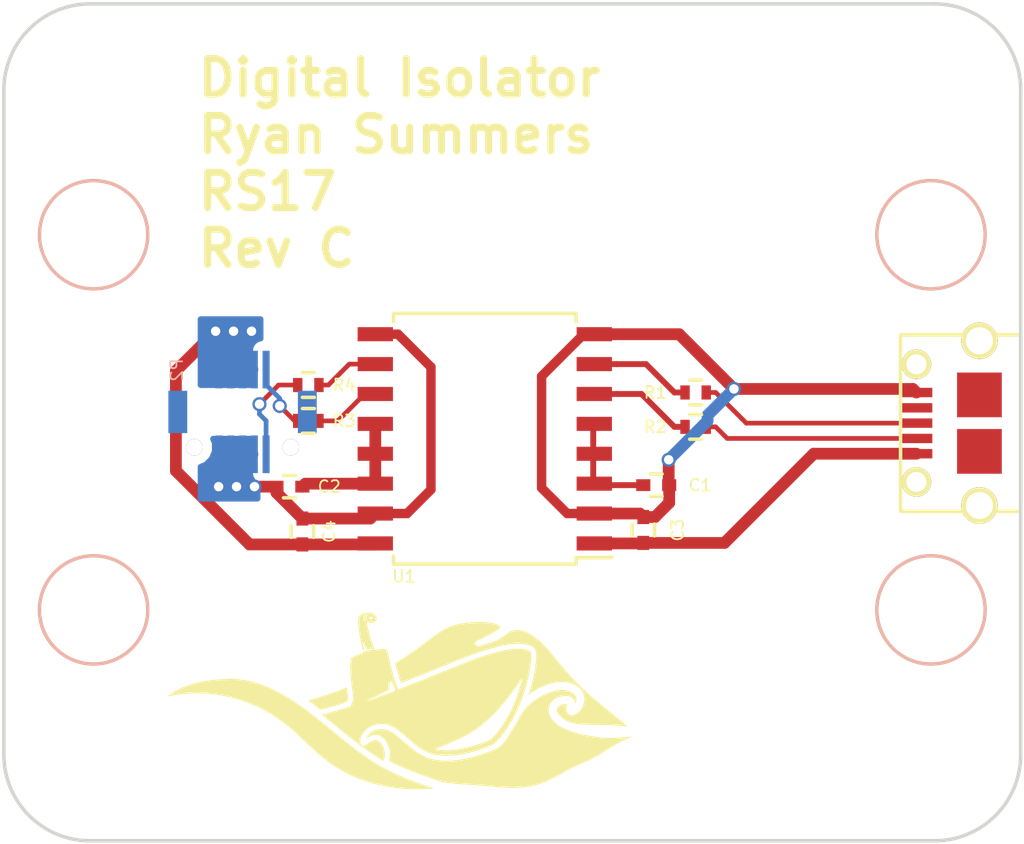
<source format=kicad_pcb>
(kicad_pcb (version 4) (host pcbnew 4.0.5-e0-6337~49~ubuntu16.04.1)

  (general
    (links 32)
    (no_connects 0)
    (area 108.459199 82.663203 151.789201 118.373205)
    (thickness 1.6)
    (drawings 9)
    (tracks 103)
    (zones 0)
    (modules 20)
    (nets 15)
  )

  (page A4)
  (layers
    (0 F.Cu signal)
    (31 B.Cu signal)
    (32 B.Adhes user)
    (33 F.Adhes user)
    (34 B.Paste user)
    (35 F.Paste user)
    (36 B.SilkS user)
    (37 F.SilkS user)
    (38 B.Mask user)
    (39 F.Mask user)
    (40 Dwgs.User user)
    (41 Cmts.User user)
    (42 Eco1.User user)
    (43 Eco2.User user)
    (44 Edge.Cuts user)
    (45 Margin user)
    (46 B.CrtYd user)
    (47 F.CrtYd user)
    (48 B.Fab user hide)
    (49 F.Fab user hide)
  )

  (setup
    (last_trace_width 0.2)
    (trace_clearance 0.18)
    (zone_clearance 0.4)
    (zone_45_only no)
    (trace_min 0.2)
    (segment_width 0.2)
    (edge_width 0.15)
    (via_size 0.6)
    (via_drill 0.4)
    (via_min_size 0.4)
    (via_min_drill 0.3)
    (uvia_size 0.3)
    (uvia_drill 0.1)
    (uvias_allowed no)
    (uvia_min_size 0)
    (uvia_min_drill 0)
    (pcb_text_width 0.3)
    (pcb_text_size 1.5 1.5)
    (mod_edge_width 0.15)
    (mod_text_size 1 1)
    (mod_text_width 0.15)
    (pad_size 1.524 1.524)
    (pad_drill 0.762)
    (pad_to_mask_clearance 0)
    (aux_axis_origin 0 0)
    (visible_elements FFFFFF7F)
    (pcbplotparams
      (layerselection 0x00030_80000001)
      (usegerberextensions false)
      (excludeedgelayer true)
      (linewidth 0.100000)
      (plotframeref false)
      (viasonmask false)
      (mode 1)
      (useauxorigin false)
      (hpglpennumber 1)
      (hpglpenspeed 20)
      (hpglpendiameter 15)
      (hpglpenoverlay 2)
      (psnegative false)
      (psa4output false)
      (plotreference true)
      (plotvalue true)
      (plotinvisibletext false)
      (padsonsilk false)
      (subtractmaskfromsilk false)
      (outputformat 1)
      (mirror false)
      (drillshape 1)
      (scaleselection 1)
      (outputdirectory ""))
  )

  (net 0 "")
  (net 1 /Vdd1)
  (net 2 GND)
  (net 3 /Vdd2)
  (net 4 GNDPWR)
  (net 5 /Vbus1)
  (net 6 "Net-(R1-Pad1)")
  (net 7 "Net-(R2-Pad1)")
  (net 8 "Net-(R3-Pad2)")
  (net 9 "Net-(R4-Pad2)")
  (net 10 /Vbus2)
  (net 11 /usb1+)
  (net 12 /usb1-)
  (net 13 /usb2-)
  (net 14 /usb2+)

  (net_class Default "This is the default net class."
    (clearance 0.18)
    (trace_width 0.2)
    (via_dia 0.6)
    (via_drill 0.4)
    (uvia_dia 0.3)
    (uvia_drill 0.1)
    (add_net /Vbus1)
    (add_net /Vbus2)
    (add_net /Vdd1)
    (add_net /Vdd2)
    (add_net /usb1+)
    (add_net /usb1-)
    (add_net /usb2+)
    (add_net /usb2-)
    (add_net GND)
    (add_net GNDPWR)
    (add_net "Net-(R1-Pad1)")
    (add_net "Net-(R2-Pad1)")
    (add_net "Net-(R3-Pad2)")
    (add_net "Net-(R4-Pad2)")
  )

  (net_class power ""
    (clearance 0.2)
    (trace_width 0.5)
    (via_dia 0.6)
    (via_drill 0.4)
    (uvia_dia 0.3)
    (uvia_drill 0.1)
  )

  (module Mounting_Holes:MountingHole_3.7mm (layer F.Cu) (tedit 58C1A9A0) (tstamp 58C1A9C1)
    (at 147.9042 86.548204)
    (descr "Mounting Hole 3.7mm, no annular")
    (tags "mounting hole 3.7mm no annular")
    (fp_text reference REF** (at 0 -4.7) (layer F.SilkS) hide
      (effects (font (size 1 1) (thickness 0.15)))
    )
    (fp_text value MountingHole_3.7mm (at 0 4.7) (layer F.Fab)
      (effects (font (size 1 1) (thickness 0.15)))
    )
    (fp_circle (center 0 0) (end 3.7 0) (layer Cmts.User) (width 0.15))
    (fp_circle (center 0 0) (end 3.95 0) (layer F.CrtYd) (width 0.05))
    (pad 1 np_thru_hole circle (at 0 0) (size 3.7 3.7) (drill 3.7) (layers *.Cu *.Mask))
  )

  (module Mounting_Holes:MountingHole_3.7mm (layer F.Cu) (tedit 58C1A9A0) (tstamp 58C1A9BB)
    (at 147.9042 114.488204)
    (descr "Mounting Hole 3.7mm, no annular")
    (tags "mounting hole 3.7mm no annular")
    (fp_text reference REF** (at 0 -4.7) (layer F.SilkS) hide
      (effects (font (size 1 1) (thickness 0.15)))
    )
    (fp_text value MountingHole_3.7mm (at 0 4.7) (layer F.Fab)
      (effects (font (size 1 1) (thickness 0.15)))
    )
    (fp_circle (center 0 0) (end 3.7 0) (layer Cmts.User) (width 0.15))
    (fp_circle (center 0 0) (end 3.95 0) (layer F.CrtYd) (width 0.05))
    (pad 1 np_thru_hole circle (at 0 0) (size 3.7 3.7) (drill 3.7) (layers *.Cu *.Mask))
  )

  (module Mounting_Holes:MountingHole_3.7mm (layer F.Cu) (tedit 58C1A9A0) (tstamp 58C1A9AF)
    (at 112.3442 114.488204)
    (descr "Mounting Hole 3.7mm, no annular")
    (tags "mounting hole 3.7mm no annular")
    (fp_text reference REF** (at 0 -4.7) (layer F.SilkS) hide
      (effects (font (size 1 1) (thickness 0.15)))
    )
    (fp_text value MountingHole_3.7mm (at 0 4.7) (layer F.Fab)
      (effects (font (size 1 1) (thickness 0.15)))
    )
    (fp_circle (center 0 0) (end 3.7 0) (layer Cmts.User) (width 0.15))
    (fp_circle (center 0 0) (end 3.95 0) (layer F.CrtYd) (width 0.05))
    (pad 1 np_thru_hole circle (at 0 0) (size 3.7 3.7) (drill 3.7) (layers *.Cu *.Mask))
  )

  (module Capacitors_SMD:C_0402 (layer F.Cu) (tedit 5844CB8E) (tstamp 58253918)
    (at 136.2368 103.1875)
    (descr "Capacitor SMD 0402, reflow soldering, AVX (see smccp.pdf)")
    (tags "capacitor 0402")
    (path /5825391F)
    (attr smd)
    (fp_text reference C1 (at 1.863 0) (layer F.SilkS)
      (effects (font (size 0.5 0.5) (thickness 0.075)))
    )
    (fp_text value 100nF (at 0 1.7) (layer F.Fab)
      (effects (font (size 1 1) (thickness 0.15)))
    )
    (fp_line (start -0.5 0.25) (end -0.5 -0.25) (layer F.Fab) (width 0.15))
    (fp_line (start 0.5 0.25) (end -0.5 0.25) (layer F.Fab) (width 0.15))
    (fp_line (start 0.5 -0.25) (end 0.5 0.25) (layer F.Fab) (width 0.15))
    (fp_line (start -0.5 -0.25) (end 0.5 -0.25) (layer F.Fab) (width 0.15))
    (fp_line (start -1.15 -0.6) (end 1.15 -0.6) (layer F.CrtYd) (width 0.05))
    (fp_line (start -1.15 0.6) (end 1.15 0.6) (layer F.CrtYd) (width 0.05))
    (fp_line (start -1.15 -0.6) (end -1.15 0.6) (layer F.CrtYd) (width 0.05))
    (fp_line (start 1.15 -0.6) (end 1.15 0.6) (layer F.CrtYd) (width 0.05))
    (fp_line (start 0.25 -0.475) (end -0.25 -0.475) (layer F.SilkS) (width 0.15))
    (fp_line (start -0.25 0.475) (end 0.25 0.475) (layer F.SilkS) (width 0.15))
    (pad 1 smd rect (at -0.55 0) (size 0.6 0.5) (layers F.Cu F.Paste F.Mask)
      (net 1 /Vdd1))
    (pad 2 smd rect (at 0.55 0) (size 0.6 0.5) (layers F.Cu F.Paste F.Mask)
      (net 2 GND))
    (model Capacitors_SMD.3dshapes/C_0402.wrl
      (at (xyz 0 0 0))
      (scale (xyz 1 1 1))
      (rotate (xyz 0 0 0))
    )
  )

  (module Capacitors_SMD:C_0402 (layer F.Cu) (tedit 5844CB5B) (tstamp 58253928)
    (at 120.6588 103.251 180)
    (descr "Capacitor SMD 0402, reflow soldering, AVX (see smccp.pdf)")
    (tags "capacitor 0402")
    (path /58253814)
    (attr smd)
    (fp_text reference C2 (at -1.693 0 180) (layer F.SilkS)
      (effects (font (size 0.5 0.5) (thickness 0.075)))
    )
    (fp_text value 100nF (at 0 1.7 180) (layer F.Fab)
      (effects (font (size 1 1) (thickness 0.15)))
    )
    (fp_line (start -0.5 0.25) (end -0.5 -0.25) (layer F.Fab) (width 0.15))
    (fp_line (start 0.5 0.25) (end -0.5 0.25) (layer F.Fab) (width 0.15))
    (fp_line (start 0.5 -0.25) (end 0.5 0.25) (layer F.Fab) (width 0.15))
    (fp_line (start -0.5 -0.25) (end 0.5 -0.25) (layer F.Fab) (width 0.15))
    (fp_line (start -1.15 -0.6) (end 1.15 -0.6) (layer F.CrtYd) (width 0.05))
    (fp_line (start -1.15 0.6) (end 1.15 0.6) (layer F.CrtYd) (width 0.05))
    (fp_line (start -1.15 -0.6) (end -1.15 0.6) (layer F.CrtYd) (width 0.05))
    (fp_line (start 1.15 -0.6) (end 1.15 0.6) (layer F.CrtYd) (width 0.05))
    (fp_line (start 0.25 -0.475) (end -0.25 -0.475) (layer F.SilkS) (width 0.15))
    (fp_line (start -0.25 0.475) (end 0.25 0.475) (layer F.SilkS) (width 0.15))
    (pad 1 smd rect (at -0.55 0 180) (size 0.6 0.5) (layers F.Cu F.Paste F.Mask)
      (net 3 /Vdd2))
    (pad 2 smd rect (at 0.55 0 180) (size 0.6 0.5) (layers F.Cu F.Paste F.Mask)
      (net 4 GNDPWR))
    (model Capacitors_SMD.3dshapes/C_0402.wrl
      (at (xyz 0 0 0))
      (scale (xyz 1 1 1))
      (rotate (xyz 0 0 0))
    )
  )

  (module Capacitors_SMD:C_0402 (layer F.Cu) (tedit 5844CB7D) (tstamp 58253938)
    (at 135.6868 105.0925 90)
    (descr "Capacitor SMD 0402, reflow soldering, AVX (see smccp.pdf)")
    (tags "capacitor 0402")
    (path /58254640)
    (attr smd)
    (fp_text reference C3 (at 0 1.4605 90) (layer F.SilkS)
      (effects (font (size 0.5 0.5) (thickness 0.075)))
    )
    (fp_text value 100nF (at 0 1.7 90) (layer F.Fab)
      (effects (font (size 1 1) (thickness 0.15)))
    )
    (fp_line (start -0.5 0.25) (end -0.5 -0.25) (layer F.Fab) (width 0.15))
    (fp_line (start 0.5 0.25) (end -0.5 0.25) (layer F.Fab) (width 0.15))
    (fp_line (start 0.5 -0.25) (end 0.5 0.25) (layer F.Fab) (width 0.15))
    (fp_line (start -0.5 -0.25) (end 0.5 -0.25) (layer F.Fab) (width 0.15))
    (fp_line (start -1.15 -0.6) (end 1.15 -0.6) (layer F.CrtYd) (width 0.05))
    (fp_line (start -1.15 0.6) (end 1.15 0.6) (layer F.CrtYd) (width 0.05))
    (fp_line (start -1.15 -0.6) (end -1.15 0.6) (layer F.CrtYd) (width 0.05))
    (fp_line (start 1.15 -0.6) (end 1.15 0.6) (layer F.CrtYd) (width 0.05))
    (fp_line (start 0.25 -0.475) (end -0.25 -0.475) (layer F.SilkS) (width 0.15))
    (fp_line (start -0.25 0.475) (end 0.25 0.475) (layer F.SilkS) (width 0.15))
    (pad 1 smd rect (at -0.55 0 90) (size 0.6 0.5) (layers F.Cu F.Paste F.Mask)
      (net 5 /Vbus1))
    (pad 2 smd rect (at 0.55 0 90) (size 0.6 0.5) (layers F.Cu F.Paste F.Mask)
      (net 2 GND))
    (model Capacitors_SMD.3dshapes/C_0402.wrl
      (at (xyz 0 0 0))
      (scale (xyz 1 1 1))
      (rotate (xyz 0 0 0))
    )
  )

  (module robosub_footprints:USB-Micro-B-TH (layer F.Cu) (tedit 58254478) (tstamp 5825394B)
    (at 146.6116 100.5524 90)
    (path /58253306)
    (fp_text reference P1 (at -2.794 -1.016 90) (layer F.SilkS) hide
      (effects (font (size 1 1) (thickness 0.15)))
    )
    (fp_text value USB_OTG (at -0.254 5.842 90) (layer F.Fab)
      (effects (font (size 1 1) (thickness 0.15)))
    )
    (fp_line (start 3.75 5.1) (end -3.75 5.1) (layer F.SilkS) (width 0.15))
    (fp_line (start 3.75 0) (end 3.75 5.1) (layer F.SilkS) (width 0.15))
    (fp_line (start 3.75 0) (end -3.75 0) (layer F.SilkS) (width 0.15))
    (fp_line (start -3.75 0) (end -3.75 5.1) (layer F.SilkS) (width 0.15))
    (pad 3 smd rect (at 0 0.675 90) (size 0.4 1.35) (layers F.Cu F.Paste F.Mask)
      (net 11 /usb1+))
    (pad 2 smd rect (at -0.65 0.675 90) (size 0.4 1.35) (layers F.Cu F.Paste F.Mask)
      (net 12 /usb1-))
    (pad 4 smd rect (at 0.65 0.675 90) (size 0.4 1.35) (layers F.Cu F.Paste F.Mask))
    (pad 5 smd rect (at 1.3 0.675 90) (size 0.4 1.35) (layers F.Cu F.Paste F.Mask)
      (net 2 GND))
    (pad 1 smd rect (at -1.3 0.675 90) (size 0.4 1.35) (layers F.Cu F.Paste F.Mask)
      (net 5 /Vbus1))
    (pad "" smd rect (at 1.2 3.35 90) (size 1.9 1.9) (layers F.Cu F.Paste F.Mask))
    (pad "" smd rect (at -1.2 3.35 90) (size 1.9 1.9) (layers F.Cu F.Paste F.Mask))
    (pad "" thru_hole circle (at -2.5 0.675 90) (size 1.25 1.25) (drill 0.85) (layers *.Cu *.Mask F.SilkS))
    (pad "" thru_hole circle (at 2.5 0.675 90) (size 1.25 1.25) (drill 0.85) (layers *.Cu *.Mask F.SilkS))
    (pad "" thru_hole circle (at -3.5 3.35 90) (size 1.55 1.55) (drill 1.15) (layers *.Cu *.Mask F.SilkS))
    (pad "" thru_hole circle (at 3.5 3.35 90) (size 1.55 1.55) (drill 1.15) (layers *.Cu *.Mask F.SilkS))
    (model ../../../../../../home/ryan/repositories/pcbs/lib/3d-parts/microUSB-TH.wrl
      (at (xyz 0 -0.12 0.06))
      (scale (xyz 400 400 400))
      (rotate (xyz -90 0 0))
    )
  )

  (module Resistors_SMD:R_0402 (layer F.Cu) (tedit 5844CB9B) (tstamp 58253969)
    (at 137.9093 99.2505)
    (descr "Resistor SMD 0402, reflow soldering, Vishay (see dcrcw.pdf)")
    (tags "resistor 0402")
    (path /5825399B)
    (attr smd)
    (fp_text reference R1 (at -1.7145 0) (layer F.SilkS)
      (effects (font (size 0.5 0.5) (thickness 0.075)))
    )
    (fp_text value 24/1% (at 0 1.8) (layer F.Fab)
      (effects (font (size 1 1) (thickness 0.15)))
    )
    (fp_line (start -0.95 -0.65) (end 0.95 -0.65) (layer F.CrtYd) (width 0.05))
    (fp_line (start -0.95 0.65) (end 0.95 0.65) (layer F.CrtYd) (width 0.05))
    (fp_line (start -0.95 -0.65) (end -0.95 0.65) (layer F.CrtYd) (width 0.05))
    (fp_line (start 0.95 -0.65) (end 0.95 0.65) (layer F.CrtYd) (width 0.05))
    (fp_line (start 0.25 -0.525) (end -0.25 -0.525) (layer F.SilkS) (width 0.15))
    (fp_line (start -0.25 0.525) (end 0.25 0.525) (layer F.SilkS) (width 0.15))
    (pad 1 smd rect (at -0.45 0) (size 0.4 0.6) (layers F.Cu F.Paste F.Mask)
      (net 6 "Net-(R1-Pad1)"))
    (pad 2 smd rect (at 0.45 0) (size 0.4 0.6) (layers F.Cu F.Paste F.Mask)
      (net 11 /usb1+))
    (model Resistors_SMD.3dshapes/R_0402.wrl
      (at (xyz 0 0 0))
      (scale (xyz 1 1 1))
      (rotate (xyz 0 0 0))
    )
  )

  (module Resistors_SMD:R_0402 (layer F.Cu) (tedit 5844CB94) (tstamp 58253975)
    (at 137.9093 100.711)
    (descr "Resistor SMD 0402, reflow soldering, Vishay (see dcrcw.pdf)")
    (tags "resistor 0402")
    (path /5825C3F0)
    (attr smd)
    (fp_text reference R2 (at -1.7145 0) (layer F.SilkS)
      (effects (font (size 0.5 0.5) (thickness 0.075)))
    )
    (fp_text value 24/1% (at 0 1.8) (layer F.Fab)
      (effects (font (size 1 1) (thickness 0.15)))
    )
    (fp_line (start -0.95 -0.65) (end 0.95 -0.65) (layer F.CrtYd) (width 0.05))
    (fp_line (start -0.95 0.65) (end 0.95 0.65) (layer F.CrtYd) (width 0.05))
    (fp_line (start -0.95 -0.65) (end -0.95 0.65) (layer F.CrtYd) (width 0.05))
    (fp_line (start 0.95 -0.65) (end 0.95 0.65) (layer F.CrtYd) (width 0.05))
    (fp_line (start 0.25 -0.525) (end -0.25 -0.525) (layer F.SilkS) (width 0.15))
    (fp_line (start -0.25 0.525) (end 0.25 0.525) (layer F.SilkS) (width 0.15))
    (pad 1 smd rect (at -0.45 0) (size 0.4 0.6) (layers F.Cu F.Paste F.Mask)
      (net 7 "Net-(R2-Pad1)"))
    (pad 2 smd rect (at 0.45 0) (size 0.4 0.6) (layers F.Cu F.Paste F.Mask)
      (net 12 /usb1-))
    (model Resistors_SMD.3dshapes/R_0402.wrl
      (at (xyz 0 0 0))
      (scale (xyz 1 1 1))
      (rotate (xyz 0 0 0))
    )
  )

  (module Resistors_SMD:R_0402 (layer F.Cu) (tedit 5844CB49) (tstamp 58253981)
    (at 121.4628 100.457)
    (descr "Resistor SMD 0402, reflow soldering, Vishay (see dcrcw.pdf)")
    (tags "resistor 0402")
    (path /5825C43A)
    (attr smd)
    (fp_text reference R3 (at 1.524 0) (layer F.SilkS)
      (effects (font (size 0.5 0.5) (thickness 0.075)))
    )
    (fp_text value 24/1% (at 0 1.8) (layer F.Fab)
      (effects (font (size 1 1) (thickness 0.15)))
    )
    (fp_line (start -0.95 -0.65) (end 0.95 -0.65) (layer F.CrtYd) (width 0.05))
    (fp_line (start -0.95 0.65) (end 0.95 0.65) (layer F.CrtYd) (width 0.05))
    (fp_line (start -0.95 -0.65) (end -0.95 0.65) (layer F.CrtYd) (width 0.05))
    (fp_line (start 0.95 -0.65) (end 0.95 0.65) (layer F.CrtYd) (width 0.05))
    (fp_line (start 0.25 -0.525) (end -0.25 -0.525) (layer F.SilkS) (width 0.15))
    (fp_line (start -0.25 0.525) (end 0.25 0.525) (layer F.SilkS) (width 0.15))
    (pad 1 smd rect (at -0.45 0) (size 0.4 0.6) (layers F.Cu F.Paste F.Mask)
      (net 13 /usb2-))
    (pad 2 smd rect (at 0.45 0) (size 0.4 0.6) (layers F.Cu F.Paste F.Mask)
      (net 8 "Net-(R3-Pad2)"))
    (model Resistors_SMD.3dshapes/R_0402.wrl
      (at (xyz 0 0 0))
      (scale (xyz 1 1 1))
      (rotate (xyz 0 0 0))
    )
  )

  (module Resistors_SMD:R_0402 (layer F.Cu) (tedit 5844CB53) (tstamp 5825398D)
    (at 121.4628 98.933)
    (descr "Resistor SMD 0402, reflow soldering, Vishay (see dcrcw.pdf)")
    (tags "resistor 0402")
    (path /5825C5CA)
    (attr smd)
    (fp_text reference R4 (at 1.524 0) (layer F.SilkS)
      (effects (font (size 0.5 0.5) (thickness 0.075)))
    )
    (fp_text value 24/1% (at 0 1.8) (layer F.Fab)
      (effects (font (size 1 1) (thickness 0.15)))
    )
    (fp_line (start -0.95 -0.65) (end 0.95 -0.65) (layer F.CrtYd) (width 0.05))
    (fp_line (start -0.95 0.65) (end 0.95 0.65) (layer F.CrtYd) (width 0.05))
    (fp_line (start -0.95 -0.65) (end -0.95 0.65) (layer F.CrtYd) (width 0.05))
    (fp_line (start 0.95 -0.65) (end 0.95 0.65) (layer F.CrtYd) (width 0.05))
    (fp_line (start 0.25 -0.525) (end -0.25 -0.525) (layer F.SilkS) (width 0.15))
    (fp_line (start -0.25 0.525) (end 0.25 0.525) (layer F.SilkS) (width 0.15))
    (pad 1 smd rect (at -0.45 0) (size 0.4 0.6) (layers F.Cu F.Paste F.Mask)
      (net 14 /usb2+))
    (pad 2 smd rect (at 0.45 0) (size 0.4 0.6) (layers F.Cu F.Paste F.Mask)
      (net 9 "Net-(R4-Pad2)"))
    (model Resistors_SMD.3dshapes/R_0402.wrl
      (at (xyz 0 0 0))
      (scale (xyz 1 1 1))
      (rotate (xyz 0 0 0))
    )
  )

  (module Capacitors_SMD:C_0402 (layer F.Cu) (tedit 5844CB62) (tstamp 582539C1)
    (at 121.2088 105.156 90)
    (descr "Capacitor SMD 0402, reflow soldering, AVX (see smccp.pdf)")
    (tags "capacitor 0402")
    (path /58253F45)
    (attr smd)
    (fp_text reference C4 (at 0 1.143 90) (layer F.SilkS)
      (effects (font (size 0.5 0.5) (thickness 0.075)))
    )
    (fp_text value 100nF (at 0 1.7 90) (layer F.Fab)
      (effects (font (size 1 1) (thickness 0.15)))
    )
    (fp_line (start -0.5 0.25) (end -0.5 -0.25) (layer F.Fab) (width 0.15))
    (fp_line (start 0.5 0.25) (end -0.5 0.25) (layer F.Fab) (width 0.15))
    (fp_line (start 0.5 -0.25) (end 0.5 0.25) (layer F.Fab) (width 0.15))
    (fp_line (start -0.5 -0.25) (end 0.5 -0.25) (layer F.Fab) (width 0.15))
    (fp_line (start -1.15 -0.6) (end 1.15 -0.6) (layer F.CrtYd) (width 0.05))
    (fp_line (start -1.15 0.6) (end 1.15 0.6) (layer F.CrtYd) (width 0.05))
    (fp_line (start -1.15 -0.6) (end -1.15 0.6) (layer F.CrtYd) (width 0.05))
    (fp_line (start 1.15 -0.6) (end 1.15 0.6) (layer F.CrtYd) (width 0.05))
    (fp_line (start 0.25 -0.475) (end -0.25 -0.475) (layer F.SilkS) (width 0.15))
    (fp_line (start -0.25 0.475) (end 0.25 0.475) (layer F.SilkS) (width 0.15))
    (pad 1 smd rect (at -0.55 0 90) (size 0.6 0.5) (layers F.Cu F.Paste F.Mask)
      (net 10 /Vbus2))
    (pad 2 smd rect (at 0.55 0 90) (size 0.6 0.5) (layers F.Cu F.Paste F.Mask)
      (net 4 GNDPWR))
    (model Capacitors_SMD.3dshapes/C_0402.wrl
      (at (xyz 0 0 0))
      (scale (xyz 1 1 1))
      (rotate (xyz 0 0 0))
    )
  )

  (module Housings_SOIC:SOIC-16W_7.5x10.3mm_Pitch1.27mm (layer F.Cu) (tedit 5844CB71) (tstamp 5844CA23)
    (at 128.9558 101.219 180)
    (descr "16-Lead Plastic Small Outline (SO) - Wide, 7.50 mm Body [SOIC] (see Microchip Packaging Specification 00000049BS.pdf)")
    (tags "SOIC 1.27")
    (path /582533A7)
    (attr smd)
    (fp_text reference U1 (at 3.429 -5.842 180) (layer F.SilkS)
      (effects (font (size 0.5 0.5) (thickness 0.075)))
    )
    (fp_text value ADUM3160 (at 0 6.25 180) (layer F.Fab)
      (effects (font (size 1 1) (thickness 0.15)))
    )
    (fp_line (start -2.75 -5.15) (end 3.75 -5.15) (layer F.Fab) (width 0.15))
    (fp_line (start 3.75 -5.15) (end 3.75 5.15) (layer F.Fab) (width 0.15))
    (fp_line (start 3.75 5.15) (end -3.75 5.15) (layer F.Fab) (width 0.15))
    (fp_line (start -3.75 5.15) (end -3.75 -4.15) (layer F.Fab) (width 0.15))
    (fp_line (start -3.75 -4.15) (end -2.75 -5.15) (layer F.Fab) (width 0.15))
    (fp_line (start -5.65 -5.5) (end -5.65 5.5) (layer F.CrtYd) (width 0.05))
    (fp_line (start 5.65 -5.5) (end 5.65 5.5) (layer F.CrtYd) (width 0.05))
    (fp_line (start -5.65 -5.5) (end 5.65 -5.5) (layer F.CrtYd) (width 0.05))
    (fp_line (start -5.65 5.5) (end 5.65 5.5) (layer F.CrtYd) (width 0.05))
    (fp_line (start -3.875 -5.325) (end -3.875 -5.05) (layer F.SilkS) (width 0.15))
    (fp_line (start 3.875 -5.325) (end 3.875 -4.97) (layer F.SilkS) (width 0.15))
    (fp_line (start 3.875 5.325) (end 3.875 4.97) (layer F.SilkS) (width 0.15))
    (fp_line (start -3.875 5.325) (end -3.875 4.97) (layer F.SilkS) (width 0.15))
    (fp_line (start -3.875 -5.325) (end 3.875 -5.325) (layer F.SilkS) (width 0.15))
    (fp_line (start -3.875 5.325) (end 3.875 5.325) (layer F.SilkS) (width 0.15))
    (fp_line (start -3.875 -5.05) (end -5.4 -5.05) (layer F.SilkS) (width 0.15))
    (pad 1 smd rect (at -4.65 -4.445 180) (size 1.5 0.6) (layers F.Cu F.Paste F.Mask)
      (net 5 /Vbus1))
    (pad 2 smd rect (at -4.65 -3.175 180) (size 1.5 0.6) (layers F.Cu F.Paste F.Mask)
      (net 2 GND))
    (pad 3 smd rect (at -4.65 -1.905 180) (size 1.5 0.6) (layers F.Cu F.Paste F.Mask)
      (net 1 /Vdd1))
    (pad 4 smd rect (at -4.65 -0.635 180) (size 1.5 0.6) (layers F.Cu F.Paste F.Mask)
      (net 1 /Vdd1))
    (pad 5 smd rect (at -4.65 0.635 180) (size 1.5 0.6) (layers F.Cu F.Paste F.Mask)
      (net 1 /Vdd1))
    (pad 6 smd rect (at -4.65 1.905 180) (size 1.5 0.6) (layers F.Cu F.Paste F.Mask)
      (net 7 "Net-(R2-Pad1)"))
    (pad 7 smd rect (at -4.65 3.175 180) (size 1.5 0.6) (layers F.Cu F.Paste F.Mask)
      (net 6 "Net-(R1-Pad1)"))
    (pad 8 smd rect (at -4.65 4.445 180) (size 1.5 0.6) (layers F.Cu F.Paste F.Mask)
      (net 2 GND))
    (pad 9 smd rect (at 4.65 4.445 180) (size 1.5 0.6) (layers F.Cu F.Paste F.Mask)
      (net 4 GNDPWR))
    (pad 10 smd rect (at 4.65 3.175 180) (size 1.5 0.6) (layers F.Cu F.Paste F.Mask)
      (net 9 "Net-(R4-Pad2)"))
    (pad 11 smd rect (at 4.65 1.905 180) (size 1.5 0.6) (layers F.Cu F.Paste F.Mask)
      (net 8 "Net-(R3-Pad2)"))
    (pad 12 smd rect (at 4.65 0.635 180) (size 1.5 0.6) (layers F.Cu F.Paste F.Mask)
      (net 3 /Vdd2))
    (pad 13 smd rect (at 4.65 -0.635 180) (size 1.5 0.6) (layers F.Cu F.Paste F.Mask)
      (net 3 /Vdd2))
    (pad 14 smd rect (at 4.65 -1.905 180) (size 1.5 0.6) (layers F.Cu F.Paste F.Mask)
      (net 3 /Vdd2))
    (pad 15 smd rect (at 4.65 -3.175 180) (size 1.5 0.6) (layers F.Cu F.Paste F.Mask)
      (net 4 GNDPWR))
    (pad 16 smd rect (at 4.65 -4.445 180) (size 1.5 0.6) (layers F.Cu F.Paste F.Mask)
      (net 10 /Vbus2))
    (model Housings_SOIC.3dshapes/SOIC-16_7.5x10.3mm_Pitch1.27mm.wrl
      (at (xyz 0 0 0))
      (scale (xyz 1 1 1))
      (rotate (xyz 0 0 0))
    )
  )

  (module robosub_footprints:3mm-10pos-outer-shroud (layer B.Cu) (tedit 5844BFA0) (tstamp 5844CCF3)
    (at 118.6688 100.076)
    (path /5844C9DD)
    (attr smd)
    (fp_text reference P2 (at -2.794 -1.778 270) (layer B.SilkS)
      (effects (font (size 0.5 0.5) (thickness 0.075)) (justify mirror))
    )
    (fp_text value Mezzanine-Receptacle (at -0.762 -3.81) (layer B.Fab)
      (effects (font (size 1 1) (thickness 0.15)) (justify mirror))
    )
    (pad "" thru_hole circle (at 2.05 1.5) (size 0.7 0.7) (drill 0.7) (layers *.Cu *.Mask))
    (pad "" thru_hole circle (at -2.05 1.5) (size 0.7 0.7) (drill 0.7) (layers *.Cu *.Mask))
    (pad 5 smd rect (at 0 -1.8) (size 0.3 1.6) (layers B.Cu B.Paste B.Mask)
      (net 10 /Vbus2))
    (pad 9 smd rect (at 1 -1.8) (size 0.3 1.6) (layers B.Cu B.Paste B.Mask)
      (net 13 /usb2-))
    (pad 7 smd rect (at 0.5 -1.8) (size 0.3 1.6) (layers B.Cu B.Paste B.Mask)
      (net 10 /Vbus2))
    (pad 1 smd rect (at -1 -1.8) (size 0.3 1.6) (layers B.Cu B.Paste B.Mask)
      (net 10 /Vbus2))
    (pad 3 smd rect (at -0.5 -1.8) (size 0.3 1.6) (layers B.Cu B.Paste B.Mask)
      (net 10 /Vbus2))
    (pad 6 smd rect (at 0 1.8) (size 0.3 1.6) (layers B.Cu B.Paste B.Mask)
      (net 4 GNDPWR))
    (pad 4 smd rect (at -0.5 1.8) (size 0.3 1.6) (layers B.Cu B.Paste B.Mask)
      (net 4 GNDPWR))
    (pad 2 smd rect (at -1 1.8) (size 0.3 1.6) (layers B.Cu B.Paste B.Mask)
      (net 4 GNDPWR))
    (pad 10 smd rect (at 1 1.8) (size 0.3 1.6) (layers B.Cu B.Paste B.Mask)
      (net 14 /usb2+))
    (pad 8 smd rect (at 0.5 1.8) (size 0.3 1.6) (layers B.Cu B.Paste B.Mask)
      (net 4 GNDPWR))
    (pad "" smd rect (at 2.75 0) (size 0.8 1.8) (layers B.Cu B.Paste B.Mask))
    (pad "" smd rect (at -2.75 0) (size 0.8 1.8) (layers B.Cu B.Paste B.Mask))
    (model robosub.3dshapes/3mm-10pos-outer-shroud.wrl
      (at (xyz 0 0 0))
      (scale (xyz 0.4 0.4 0.4))
      (rotate (xyz -90 0 0))
    )
  )

  (module robosub_footprints:3mm-support (layer B.Cu) (tedit 58B1B9D1) (tstamp 58B1C572)
    (at 147.9042 108.488204)
    (path /58B1E3D4)
    (fp_text reference P3 (at 3.81 -1.27) (layer B.SilkS) hide
      (effects (font (size 1 1) (thickness 0.15)) (justify mirror))
    )
    (fp_text value CONN_01X01 (at 0 0.5) (layer B.Fab)
      (effects (font (size 1 1) (thickness 0.15)) (justify mirror))
    )
    (fp_circle (center 0 0) (end 2.3 0) (layer B.SilkS) (width 0.15))
    (pad "" np_thru_hole circle (at 0 0) (size 2.5 2.5) (drill 2.5) (layers *.Cu *.Mask))
    (model robosub.3dshapes/3mm-support.wrl
      (at (xyz 0 0 0.118))
      (scale (xyz 0.4 0.4 0.4))
      (rotate (xyz 90 0 0))
    )
  )

  (module robosub_footprints:3mm-support (layer B.Cu) (tedit 58B1B9D1) (tstamp 58B1C578)
    (at 147.9042 92.548204)
    (path /5844D3EF)
    (fp_text reference P4 (at 3.81 -1.27) (layer B.SilkS) hide
      (effects (font (size 1 1) (thickness 0.15)) (justify mirror))
    )
    (fp_text value CONN_01X01 (at 0 0.5) (layer B.Fab)
      (effects (font (size 1 1) (thickness 0.15)) (justify mirror))
    )
    (fp_circle (center 0 0) (end 2.3 0) (layer B.SilkS) (width 0.15))
    (pad "" np_thru_hole circle (at 0 0) (size 2.5 2.5) (drill 2.5) (layers *.Cu *.Mask))
    (model robosub.3dshapes/3mm-support.wrl
      (at (xyz 0 0 0.118))
      (scale (xyz 0.4 0.4 0.4))
      (rotate (xyz 90 0 0))
    )
  )

  (module robosub_footprints:3mm-support (layer B.Cu) (tedit 58B1B9D1) (tstamp 58B1C57E)
    (at 112.3442 108.488204)
    (path /58B1E413)
    (fp_text reference P5 (at 3.81 -1.27) (layer B.SilkS) hide
      (effects (font (size 1 1) (thickness 0.15)) (justify mirror))
    )
    (fp_text value CONN_01X01 (at 0 0.5) (layer B.Fab)
      (effects (font (size 1 1) (thickness 0.15)) (justify mirror))
    )
    (fp_circle (center 0 0) (end 2.3 0) (layer B.SilkS) (width 0.15))
    (pad "" np_thru_hole circle (at 0 0) (size 2.5 2.5) (drill 2.5) (layers *.Cu *.Mask))
    (model robosub.3dshapes/3mm-support.wrl
      (at (xyz 0 0 0.118))
      (scale (xyz 0.4 0.4 0.4))
      (rotate (xyz 90 0 0))
    )
  )

  (module robosub_footprints:3mm-support (layer B.Cu) (tedit 58B1B9D1) (tstamp 58B1C584)
    (at 112.3442 92.548204)
    (path /58B1E455)
    (fp_text reference P6 (at 3.81 -1.27) (layer B.SilkS) hide
      (effects (font (size 1 1) (thickness 0.15)) (justify mirror))
    )
    (fp_text value CONN_01X01 (at 0 0.5) (layer B.Fab)
      (effects (font (size 1 1) (thickness 0.15)) (justify mirror))
    )
    (fp_circle (center 0 0) (end 2.3 0) (layer B.SilkS) (width 0.15))
    (pad "" np_thru_hole circle (at 0 0) (size 2.5 2.5) (drill 2.5) (layers *.Cu *.Mask))
    (model robosub.3dshapes/3mm-support.wrl
      (at (xyz 0 0 0.118))
      (scale (xyz 0.4 0.4 0.4))
      (rotate (xyz 90 0 0))
    )
  )

  (module robosub_footprints:robosub_logo-large (layer F.Cu) (tedit 0) (tstamp 58B1CCBD)
    (at 125.476 112.5982)
    (fp_text reference G*** (at 0 0) (layer F.SilkS) hide
      (effects (font (thickness 0.3)))
    )
    (fp_text value LOGO (at 0.75 0) (layer F.SilkS) hide
      (effects (font (thickness 0.3)))
    )
    (fp_poly (pts (xy -7.261044 -1.173558) (xy -7.216409 -1.173151) (xy -7.176417 -1.172342) (xy -7.139394 -1.171046)
      (xy -7.103663 -1.169181) (xy -7.067549 -1.166662) (xy -7.029374 -1.163407) (xy -6.987463 -1.15933)
      (xy -6.953069 -1.155737) (xy -6.798723 -1.135898) (xy -6.643232 -1.109171) (xy -6.486482 -1.075507)
      (xy -6.328358 -1.034861) (xy -6.168746 -0.987184) (xy -6.00753 -0.93243) (xy -5.844595 -0.870552)
      (xy -5.679828 -0.801502) (xy -5.513113 -0.725234) (xy -5.344336 -0.641699) (xy -5.173382 -0.550852)
      (xy -5.000137 -0.452644) (xy -4.824485 -0.347029) (xy -4.646312 -0.23396) (xy -4.54 -0.16376)
      (xy -4.473866 -0.119145) (xy -4.408044 -0.074063) (xy -4.34216 -0.028229) (xy -4.275843 0.018641)
      (xy -4.208721 0.066833) (xy -4.140419 0.116631) (xy -4.070568 0.168321) (xy -3.998793 0.222186)
      (xy -3.924722 0.278513) (xy -3.847983 0.337585) (xy -3.768204 0.399689) (xy -3.685012 0.465108)
      (xy -3.598035 0.534128) (xy -3.506899 0.607033) (xy -3.411234 0.684109) (xy -3.310665 0.76564)
      (xy -3.204821 0.851911) (xy -3.1 0.937735) (xy -3.00952 1.011928) (xy -2.924831 1.081296)
      (xy -2.845576 1.146127) (xy -2.771393 1.20671) (xy -2.701924 1.263332) (xy -2.636809 1.316283)
      (xy -2.575688 1.36585) (xy -2.518201 1.412322) (xy -2.463989 1.455987) (xy -2.412692 1.497134)
      (xy -2.36395 1.536051) (xy -2.317403 1.573027) (xy -2.272692 1.608349) (xy -2.229457 1.642306)
      (xy -2.187339 1.675187) (xy -2.145977 1.70728) (xy -2.105012 1.738873) (xy -2.064084 1.770255)
      (xy -2.022834 1.801713) (xy -2.012 1.809949) (xy -1.885049 1.905148) (xy -1.75763 1.998236)
      (xy -1.630439 2.088745) (xy -1.504173 2.176209) (xy -1.37953 2.26016) (xy -1.257207 2.34013)
      (xy -1.1379 2.415652) (xy -1.022306 2.486258) (xy -0.911122 2.551481) (xy -0.88 2.569211)
      (xy -0.786719 2.620795) (xy -0.68703 2.67369) (xy -0.582278 2.727222) (xy -0.473806 2.780721)
      (xy -0.362959 2.833516) (xy -0.25108 2.884933) (xy -0.223726 2.897217) (xy -0.137439 2.935197)
      (xy -0.046941 2.973869) (xy 0.048098 3.01336) (xy 0.148007 3.053796) (xy 0.253115 3.095303)
      (xy 0.363753 3.138007) (xy 0.480248 3.182034) (xy 0.60293 3.227512) (xy 0.732129 3.274564)
      (xy 0.868175 3.323319) (xy 1.011395 3.373902) (xy 1.116 3.410432) (xy 1.150846 3.42255)
      (xy 1.183459 3.433895) (xy 1.213041 3.444188) (xy 1.238793 3.453153) (xy 1.259918 3.460511)
      (xy 1.275618 3.465985) (xy 1.285097 3.469297) (xy 1.287572 3.470169) (xy 1.291477 3.472956)
      (xy 1.291242 3.474091) (xy 1.28623 3.475429) (xy 1.274016 3.477113) (xy 1.25539 3.479086)
      (xy 1.231138 3.481295) (xy 1.202051 3.483685) (xy 1.168915 3.4862) (xy 1.132519 3.488786)
      (xy 1.093653 3.49139) (xy 1.053103 3.493955) (xy 1.01166 3.496427) (xy 0.97011 3.498751)
      (xy 0.929242 3.500874) (xy 0.889846 3.502739) (xy 0.86 3.504006) (xy 0.829138 3.504998)
      (xy 0.791569 3.505807) (xy 0.748582 3.506436) (xy 0.701466 3.506884) (xy 0.651511 3.507152)
      (xy 0.600008 3.507242) (xy 0.548247 3.507152) (xy 0.497516 3.506886) (xy 0.449106 3.506442)
      (xy 0.404307 3.505822) (xy 0.364409 3.505026) (xy 0.330701 3.504054) (xy 0.322 3.503729)
      (xy 0.097961 3.4913) (xy -0.124556 3.471964) (xy -0.345248 3.445803) (xy -0.563813 3.412897)
      (xy -0.779948 3.373328) (xy -0.99335 3.327177) (xy -1.203716 3.274524) (xy -1.410742 3.215451)
      (xy -1.614127 3.150037) (xy -1.813567 3.078365) (xy -2.00876 3.000515) (xy -2.199401 2.916568)
      (xy -2.38519 2.826605) (xy -2.56 2.733935) (xy -2.6526 2.681628) (xy -2.741593 2.629175)
      (xy -2.828195 2.575769) (xy -2.913619 2.520603) (xy -2.999079 2.462868) (xy -3.085791 2.401757)
      (xy -3.174968 2.336463) (xy -3.267824 2.266179) (xy -3.296 2.244448) (xy -3.344157 2.206941)
      (xy -3.390333 2.170488) (xy -3.435047 2.13463) (xy -3.478819 2.098908) (xy -3.522168 2.062861)
      (xy -3.565614 2.026029) (xy -3.609676 1.987953) (xy -3.654873 1.948173) (xy -3.701725 1.906229)
      (xy -3.750752 1.861662) (xy -3.802472 1.814011) (xy -3.857406 1.762816) (xy -3.916072 1.707619)
      (xy -3.97899 1.647958) (xy -4.04668 1.583375) (xy -4.093756 1.538277) (xy -4.163558 1.471379)
      (xy -4.228079 1.409689) (xy -4.287749 1.352819) (xy -4.343001 1.300377) (xy -4.394267 1.251973)
      (xy -4.441978 1.207217) (xy -4.486567 1.165718) (xy -4.528466 1.127087) (xy -4.568106 1.090933)
      (xy -4.60592 1.056866) (xy -4.642338 1.024495) (xy -4.677794 0.993431) (xy -4.712719 0.963283)
      (xy -4.747545 0.93366) (xy -4.782704 0.904172) (xy -4.818628 0.87443) (xy -4.855748 0.844043)
      (xy -4.894497 0.81262) (xy -4.916 0.795285) (xy -5.039476 0.69779) (xy -5.160011 0.606509)
      (xy -5.278692 0.520743) (xy -5.396605 0.439791) (xy -5.514833 0.362954) (xy -5.634462 0.289532)
      (xy -5.756578 0.218826) (xy -5.882266 0.150135) (xy -6.012611 0.08276) (xy -6.05 0.06408)
      (xy -6.24818 -0.029849) (xy -6.449086 -0.116429) (xy -6.652488 -0.195615) (xy -6.858154 -0.267361)
      (xy -7.065852 -0.331622) (xy -7.27535 -0.388351) (xy -7.486415 -0.437504) (xy -7.698817 -0.479034)
      (xy -7.912323 -0.512895) (xy -8.126702 -0.539043) (xy -8.341721 -0.557431) (xy -8.557149 -0.568014)
      (xy -8.772754 -0.570745) (xy -8.988303 -0.56558) (xy -9.186 -0.553842) (xy -9.356537 -0.538091)
      (xy -9.527748 -0.516962) (xy -9.697133 -0.4908) (xy -9.854113 -0.461592) (xy -9.887651 -0.454824)
      (xy -9.914171 -0.449538) (xy -9.934491 -0.445601) (xy -9.949427 -0.442884) (xy -9.959799 -0.441257)
      (xy -9.966424 -0.440589) (xy -9.97012 -0.440749) (xy -9.971703 -0.441607) (xy -9.972001 -0.442778)
      (xy -9.968668 -0.448848) (xy -9.959015 -0.458678) (xy -9.943555 -0.471873) (xy -9.922804 -0.488038)
      (xy -9.897278 -0.506779) (xy -9.86749 -0.527699) (xy -9.833956 -0.550405) (xy -9.81746 -0.56131)
      (xy -9.694822 -0.637286) (xy -9.565979 -0.708329) (xy -9.431063 -0.774391) (xy -9.290206 -0.835423)
      (xy -9.143538 -0.891377) (xy -8.991193 -0.942205) (xy -8.8333 -0.987858) (xy -8.669991 -1.028287)
      (xy -8.501399 -1.063444) (xy -8.410964 -1.07975) (xy -8.263748 -1.10291) (xy -8.111218 -1.123098)
      (xy -7.955353 -1.140147) (xy -7.798134 -1.153887) (xy -7.641539 -1.164148) (xy -7.48755 -1.170763)
      (xy -7.338145 -1.173561) (xy -7.312 -1.173646) (xy -7.261044 -1.173558)) (layer F.SilkS) (width 0.01))
    (fp_poly (pts (xy 6.83964 -0.701523) (xy 6.915379 -0.692123) (xy 6.988567 -0.676261) (xy 7.058336 -0.654094)
      (xy 7.123812 -0.625776) (xy 7.136 -0.619555) (xy 7.170853 -0.599629) (xy 7.205302 -0.576846)
      (xy 7.238273 -0.552139) (xy 7.268693 -0.526441) (xy 7.295486 -0.500687) (xy 7.31758 -0.475808)
      (xy 7.333899 -0.452739) (xy 7.339189 -0.442957) (xy 7.355834 -0.39904) (xy 7.365201 -0.352717)
      (xy 7.367241 -0.305011) (xy 7.361904 -0.256943) (xy 7.350348 -0.213024) (xy 7.34284 -0.192798)
      (xy 7.334521 -0.173358) (xy 7.326408 -0.156907) (xy 7.319519 -0.145651) (xy 7.318869 -0.144811)
      (xy 7.314101 -0.142318) (xy 7.310355 -0.146759) (xy 7.308279 -0.15708) (xy 7.308061 -0.162488)
      (xy 7.306609 -0.17617) (xy 7.302766 -0.195074) (xy 7.297147 -0.217009) (xy 7.290369 -0.239786)
      (xy 7.283048 -0.261212) (xy 7.2758 -0.279097) (xy 7.274457 -0.281966) (xy 7.253273 -0.316963)
      (xy 7.22517 -0.349083) (xy 7.190854 -0.377875) (xy 7.151029 -0.402888) (xy 7.106402 -0.423671)
      (xy 7.057675 -0.439773) (xy 7.012295 -0.449658) (xy 6.985529 -0.452943) (xy 6.95326 -0.454984)
      (xy 6.917885 -0.455775) (xy 6.881804 -0.455311) (xy 6.847416 -0.453585) (xy 6.817121 -0.450593)
      (xy 6.813763 -0.450133) (xy 6.786898 -0.445797) (xy 6.756061 -0.439976) (xy 6.723199 -0.433113)
      (xy 6.690259 -0.42565) (xy 6.659188 -0.41803) (xy 6.631931 -0.410696) (xy 6.610437 -0.404092)
      (xy 6.60865 -0.403478) (xy 6.547927 -0.378538) (xy 6.489152 -0.346937) (xy 6.433377 -0.309492)
      (xy 6.381653 -0.267023) (xy 6.335032 -0.220349) (xy 6.294564 -0.170288) (xy 6.278082 -0.146)
      (xy 6.247645 -0.092079) (xy 6.22291 -0.035126) (xy 6.204677 0.022866) (xy 6.197801 0.054)
      (xy 6.193885 0.084475) (xy 6.192175 0.120161) (xy 6.192583 0.158604) (xy 6.19502 0.197348)
      (xy 6.199399 0.233941) (xy 6.205371 0.264867) (xy 6.226675 0.335784) (xy 6.255754 0.405092)
      (xy 6.292524 0.472665) (xy 6.336898 0.538376) (xy 6.388793 0.6021) (xy 6.448122 0.663712)
      (xy 6.514799 0.723085) (xy 6.518 0.725725) (xy 6.556789 0.756785) (xy 6.593668 0.784384)
      (xy 6.630261 0.809549) (xy 6.66819 0.833303) (xy 6.709081 0.856669) (xy 6.754556 0.880674)
      (xy 6.798 0.902329) (xy 6.893016 0.946955) (xy 6.989521 0.988702) (xy 7.088064 1.027719)
      (xy 7.189194 1.064153) (xy 7.29346 1.09815) (xy 7.40141 1.129857) (xy 7.513594 1.159422)
      (xy 7.63056 1.186992) (xy 7.752858 1.212713) (xy 7.881036 1.236733) (xy 8.015644 1.259198)
      (xy 8.15723 1.280256) (xy 8.262 1.294395) (xy 8.319598 1.301839) (xy 8.370232 1.308289)
      (xy 8.414868 1.313815) (xy 8.454471 1.318488) (xy 8.490007 1.322377) (xy 8.52244 1.325553)
      (xy 8.552735 1.328083) (xy 8.581859 1.33004) (xy 8.610777 1.331491) (xy 8.640453 1.332508)
      (xy 8.671854 1.33316) (xy 8.705944 1.333516) (xy 8.74369 1.333647) (xy 8.786055 1.333623)
      (xy 8.804 1.333586) (xy 8.840625 1.33347) (xy 8.874133 1.33327) (xy 8.905315 1.332949)
      (xy 8.934967 1.332471) (xy 8.96388 1.331796) (xy 8.992849 1.330889) (xy 9.022665 1.329711)
      (xy 9.054124 1.328225) (xy 9.088017 1.326394) (xy 9.125138 1.32418) (xy 9.166281 1.321546)
      (xy 9.212238 1.318455) (xy 9.263803 1.314868) (xy 9.32177 1.310749) (xy 9.386 1.306127)
      (xy 9.425819 1.303267) (xy 9.464698 1.300505) (xy 9.501596 1.297913) (xy 9.535473 1.295562)
      (xy 9.565289 1.293525) (xy 9.590003 1.291873) (xy 9.608576 1.290678) (xy 9.618 1.290116)
      (xy 9.638432 1.28888) (xy 9.658178 1.2875) (xy 9.674489 1.286176) (xy 9.682 1.285435)
      (xy 9.692144 1.284605) (xy 9.697244 1.285098) (xy 9.6969 1.287158) (xy 9.690711 1.291032)
      (xy 9.678276 1.296963) (xy 9.659196 1.305196) (xy 9.633069 1.315976) (xy 9.63 1.317226)
      (xy 9.538171 1.356187) (xy 9.4433 1.399651) (xy 9.34492 1.447858) (xy 9.242564 1.501043)
      (xy 9.135767 1.559445) (xy 9.024063 1.623303) (xy 8.984 1.646821) (xy 8.962845 1.659408)
      (xy 8.93575 1.675673) (xy 8.903583 1.695087) (xy 8.867211 1.717121) (xy 8.827499 1.741249)
      (xy 8.785314 1.766942) (xy 8.741523 1.793673) (xy 8.696993 1.820913) (xy 8.65259 1.848134)
      (xy 8.609181 1.87481) (xy 8.567632 1.900411) (xy 8.564 1.902653) (xy 8.455309 1.969179)
      (xy 8.352607 2.030854) (xy 8.255631 2.08782) (xy 8.164116 2.140217) (xy 8.0778 2.188188)
      (xy 7.99642 2.231873) (xy 7.919713 2.271413) (xy 7.847414 2.30695) (xy 7.779262 2.338625)
      (xy 7.714992 2.366578) (xy 7.654343 2.390952) (xy 7.65169 2.391968) (xy 7.603147 2.410912)
      (xy 7.554368 2.430747) (xy 7.504849 2.451723) (xy 7.454084 2.474088) (xy 7.401572 2.498091)
      (xy 7.346808 2.523983) (xy 7.289287 2.552013) (xy 7.228507 2.582429) (xy 7.163962 2.615481)
      (xy 7.09515 2.651418) (xy 7.021567 2.69049) (xy 6.942707 2.732945) (xy 6.858069 2.779034)
      (xy 6.767147 2.829004) (xy 6.758 2.834053) (xy 6.667467 2.883752) (xy 6.58306 2.929461)
      (xy 6.504155 2.971489) (xy 6.430131 3.010143) (xy 6.360363 3.04573) (xy 6.29423 3.078558)
      (xy 6.231107 3.108934) (xy 6.170374 3.137165) (xy 6.111405 3.16356) (xy 6.05358 3.188425)
      (xy 5.996274 3.212067) (xy 5.974 3.220996) (xy 5.854351 3.265574) (xy 5.732624 3.304891)
      (xy 5.608093 3.339105) (xy 5.480031 3.368373) (xy 5.347713 3.392855) (xy 5.210412 3.412707)
      (xy 5.067401 3.428089) (xy 4.996 3.433969) (xy 4.974605 3.435387) (xy 4.947822 3.436881)
      (xy 4.916786 3.438411) (xy 4.882632 3.439938) (xy 4.846496 3.441421) (xy 4.809512 3.442822)
      (xy 4.772816 3.444099) (xy 4.737543 3.445213) (xy 4.704829 3.446124) (xy 4.675808 3.446792)
      (xy 4.651616 3.447178) (xy 4.633389 3.447241) (xy 4.624 3.447039) (xy 4.613715 3.446694)
      (xy 4.597321 3.446289) (xy 4.576706 3.445864) (xy 4.55376 3.44546) (xy 4.542 3.445278)
      (xy 4.484941 3.444012) (xy 4.421768 3.441847) (xy 4.353795 3.438873) (xy 4.282338 3.435177)
      (xy 4.20871 3.43085) (xy 4.134228 3.42598) (xy 4.060204 3.420656) (xy 3.987955 3.414968)
      (xy 3.918795 3.409005) (xy 3.854038 3.402856) (xy 3.795 3.396609) (xy 3.756 3.392005)
      (xy 3.712965 3.386785) (xy 3.669235 3.38176) (xy 3.624282 3.376888) (xy 3.577578 3.372127)
      (xy 3.528595 3.367433) (xy 3.476805 3.362764) (xy 3.421681 3.358078) (xy 3.362695 3.353331)
      (xy 3.299319 3.348481) (xy 3.231024 3.343485) (xy 3.157284 3.338301) (xy 3.07757 3.332886)
      (xy 2.991354 3.327197) (xy 2.898109 3.321191) (xy 2.816 3.315999) (xy 2.711125 3.309313)
      (xy 2.613664 3.302882) (xy 2.523035 3.296653) (xy 2.438655 3.290574) (xy 2.359945 3.284593)
      (xy 2.286323 3.278658) (xy 2.217207 3.272717) (xy 2.152017 3.266719) (xy 2.09017 3.260611)
      (xy 2.031086 3.254342) (xy 1.974184 3.247859) (xy 1.918882 3.24111) (xy 1.864599 3.234044)
      (xy 1.810754 3.226608) (xy 1.802 3.225361) (xy 1.702 3.21105) (xy 1.452 3.127074)
      (xy 1.295642 3.074167) (xy 1.146596 3.022927) (xy 1.004391 2.973172) (xy 0.868555 2.924722)
      (xy 0.738616 2.877393) (xy 0.614103 2.831003) (xy 0.494544 2.785372) (xy 0.379469 2.740317)
      (xy 0.268405 2.695657) (xy 0.160881 2.651209) (xy 0.056426 2.606791) (xy -0.045433 2.562222)
      (xy -0.145165 2.51732) (xy -0.228 2.479045) (xy -0.256232 2.465723) (xy -0.287129 2.450927)
      (xy -0.319889 2.43506) (xy -0.353708 2.418524) (xy -0.387782 2.401723) (xy -0.421307 2.38506)
      (xy -0.453481 2.368939) (xy -0.483499 2.353762) (xy -0.510558 2.339932) (xy -0.533854 2.327854)
      (xy -0.552583 2.317929) (xy -0.565942 2.310561) (xy -0.573127 2.306154) (xy -0.573928 2.305501)
      (xy -0.578609 2.295654) (xy -0.579838 2.279676) (xy -0.577684 2.258618) (xy -0.572217 2.233531)
      (xy -0.568274 2.21984) (xy -0.563047 2.202711) (xy -0.559079 2.188552) (xy -0.556105 2.175658)
      (xy -0.553859 2.162322) (xy -0.552074 2.146838) (xy -0.550484 2.1275) (xy -0.548825 2.102601)
      (xy -0.548038 2.09) (xy -0.546564 2.009012) (xy -0.551975 1.928168) (xy -0.563996 1.848148)
      (xy -0.582356 1.769633) (xy -0.606783 1.693306) (xy -0.637002 1.619847) (xy -0.672742 1.549939)
      (xy -0.71373 1.484263) (xy -0.759694 1.423499) (xy -0.81036 1.368331) (xy -0.851911 1.330508)
      (xy -0.900808 1.292034) (xy -0.94743 1.2607) (xy -0.992391 1.236185) (xy -1.036302 1.218168)
      (xy -1.079775 1.206328) (xy -1.093521 1.203819) (xy -1.114596 1.201647) (xy -1.141133 1.200732)
      (xy -1.170707 1.200991) (xy -1.200893 1.202338) (xy -1.229267 1.204691) (xy -1.253404 1.207965)
      (xy -1.262 1.209663) (xy -1.310173 1.222866) (xy -1.361402 1.24119) (xy -1.413525 1.263688)
      (xy -1.464379 1.289418) (xy -1.511801 1.317434) (xy -1.518 1.321456) (xy -1.533532 1.331298)
      (xy -1.546474 1.338819) (xy -1.555499 1.343297) (xy -1.559282 1.344008) (xy -1.5593 1.343966)
      (xy -1.5582 1.338387) (xy -1.553763 1.327482) (xy -1.546774 1.312779) (xy -1.538017 1.295809)
      (xy -1.528279 1.278101) (xy -1.518344 1.261185) (xy -1.510311 1.248541) (xy -1.472422 1.198662)
      (xy -1.427861 1.152237) (xy -1.377357 1.109687) (xy -1.321642 1.071434) (xy -1.261445 1.037898)
      (xy -1.197498 1.009502) (xy -1.13053 0.986666) (xy -1.061272 0.969812) (xy -1.013695 0.962043)
      (xy -0.961297 0.957313) (xy -0.904686 0.955993) (xy -0.84662 0.957971) (xy -0.789853 0.963135)
      (xy -0.737144 0.971376) (xy -0.726 0.973669) (xy -0.658252 0.991618) (xy -0.59132 1.015709)
      (xy -0.527237 1.0451) (xy -0.46804 1.078944) (xy -0.460498 1.083833) (xy -0.42747 1.106467)
      (xy -0.388951 1.134491) (xy -0.345178 1.167711) (xy -0.29639 1.205935) (xy -0.242825 1.248971)
      (xy -0.184723 1.296625) (xy -0.122322 1.348704) (xy -0.055861 1.405016) (xy 0.014423 1.465369)
      (xy 0.052 1.497935) (xy 0.124261 1.560415) (xy 0.191356 1.61771) (xy 0.253819 1.670244)
      (xy 0.312188 1.718441) (xy 0.366997 1.762727) (xy 0.418783 1.803527) (xy 0.468082 1.841265)
      (xy 0.515428 1.876367) (xy 0.561359 1.909256) (xy 0.60641 1.940359) (xy 0.63 1.956188)
      (xy 0.71186 2.008364) (xy 0.793917 2.056328) (xy 0.875372 2.0997) (xy 0.955427 2.138097)
      (xy 1.033284 2.171138) (xy 1.108145 2.198441) (xy 1.179212 2.219625) (xy 1.182841 2.220566)
      (xy 1.31405 2.25059) (xy 1.448066 2.273879) (xy 1.585155 2.290449) (xy 1.725583 2.300317)
      (xy 1.869614 2.303501) (xy 2.017516 2.300015) (xy 2.169553 2.289879) (xy 2.214 2.285742)
      (xy 2.351199 2.269577) (xy 2.493386 2.24774) (xy 2.64002 2.220339) (xy 2.790561 2.187486)
      (xy 2.94447 2.149289) (xy 3.101204 2.10586) (xy 3.109741 2.103367) (xy 3.13299 2.096356)
      (xy 3.162768 2.087052) (xy 3.198049 2.075798) (xy 3.23781 2.062937) (xy 3.281023 2.048811)
      (xy 3.326666 2.033764) (xy 3.373712 2.018137) (xy 3.421137 2.002273) (xy 3.467916 1.986515)
      (xy 3.513023 1.971206) (xy 3.555434 1.956688) (xy 3.594124 1.943304) (xy 3.628068 1.931396)
      (xy 3.65624 1.921307) (xy 3.674 1.914751) (xy 3.74504 1.887292) (xy 3.811917 1.860055)
      (xy 3.874167 1.833266) (xy 3.931331 1.807148) (xy 3.982946 1.781924) (xy 4.028551 1.757819)
      (xy 4.067686 1.735055) (xy 4.099889 1.713857) (xy 4.12 1.698468) (xy 4.154648 1.668278)
      (xy 4.188996 1.635595) (xy 4.223413 1.599946) (xy 4.258267 1.560855) (xy 4.293927 1.517847)
      (xy 4.330762 1.470449) (xy 4.369141 1.418184) (xy 4.409432 1.360579) (xy 4.452005 1.297159)
      (xy 4.497227 1.227449) (xy 4.545469 1.150974) (xy 4.546077 1.15) (xy 4.565609 1.118729)
      (xy 4.586539 1.085353) (xy 4.607747 1.051648) (xy 4.628113 1.019389) (xy 4.646519 0.990352)
      (xy 4.661846 0.966312) (xy 4.662046 0.966) (xy 4.68125 0.935809) (xy 4.699406 0.906792)
      (xy 4.717127 0.87791) (xy 4.735026 0.848123) (xy 4.753713 0.816394) (xy 4.773802 0.781684)
      (xy 4.795904 0.742955) (xy 4.820632 0.699168) (xy 4.845961 0.654) (xy 4.884826 0.584747)
      (xy 4.920319 0.522016) (xy 4.952784 0.465245) (xy 4.982568 0.413871) (xy 5.010016 0.367334)
      (xy 5.035473 0.325071) (xy 5.059285 0.286519) (xy 5.081796 0.251118) (xy 5.103354 0.218305)
      (xy 5.124301 0.187518) (xy 5.144986 0.158195) (xy 5.165751 0.129775) (xy 5.179092 0.112)
      (xy 5.197135 0.088655) (xy 5.214148 0.067801) (xy 5.231311 0.04819) (xy 5.249806 0.028573)
      (xy 5.270811 0.007703) (xy 5.295507 -0.015668) (xy 5.325074 -0.042787) (xy 5.328 -0.045441)
      (xy 5.438856 -0.141574) (xy 5.551258 -0.230435) (xy 5.665064 -0.311957) (xy 5.780133 -0.386069)
      (xy 5.896323 -0.452704) (xy 6.013491 -0.511794) (xy 6.131495 -0.563269) (xy 6.250194 -0.607061)
      (xy 6.369446 -0.643101) (xy 6.489108 -0.671322) (xy 6.609039 -0.691654) (xy 6.684 -0.700319)
      (xy 6.762224 -0.704307) (xy 6.83964 -0.701523)) (layer F.SilkS) (width 0.01))
    (fp_poly (pts (xy -1.399592 -3.987745) (xy -1.346102 -3.978704) (xy -1.296033 -3.964349) (xy -1.250511 -3.944611)
      (xy -1.244 -3.941102) (xy -1.220927 -3.925824) (xy -1.19751 -3.905998) (xy -1.175664 -3.883585)
      (xy -1.157304 -3.860548) (xy -1.144434 -3.839041) (xy -1.130847 -3.803097) (xy -1.122904 -3.765395)
      (xy -1.120877 -3.728049) (xy -1.125038 -3.693174) (xy -1.125442 -3.691411) (xy -1.135718 -3.661588)
      (xy -1.151647 -3.636272) (xy -1.173608 -3.615147) (xy -1.201978 -3.597899) (xy -1.237134 -3.584212)
      (xy -1.262 -3.577495) (xy -1.283978 -3.573829) (xy -1.312013 -3.571411) (xy -1.344261 -3.570228)
      (xy -1.378881 -3.570266) (xy -1.414028 -3.571514) (xy -1.447859 -3.573956) (xy -1.478533 -3.577581)
      (xy -1.488 -3.579096) (xy -1.506076 -3.582163) (xy -1.520947 -3.584571) (xy -1.531038 -3.586072)
      (xy -1.534764 -3.586431) (xy -1.534704 -3.582043) (xy -1.53312 -3.570679) (xy -1.530185 -3.553182)
      (xy -1.526067 -3.530397) (xy -1.520936 -3.503165) (xy -1.514963 -3.472331) (xy -1.508317 -3.438737)
      (xy -1.501169 -3.403226) (xy -1.493688 -3.366643) (xy -1.486044 -3.32983) (xy -1.478408 -3.29363)
      (xy -1.470949 -3.258886) (xy -1.463838 -3.226443) (xy -1.457243 -3.197142) (xy -1.451337 -3.171828)
      (xy -1.450418 -3.168) (xy -1.427457 -3.079195) (xy -1.399883 -2.983966) (xy -1.367726 -2.882405)
      (xy -1.331013 -2.774602) (xy -1.293983 -2.672) (xy -1.280122 -2.634746) (xy -1.266193 -2.597727)
      (xy -1.252505 -2.561726) (xy -1.239364 -2.527527) (xy -1.227077 -2.495911) (xy -1.21595 -2.467661)
      (xy -1.206289 -2.443561) (xy -1.198403 -2.424392) (xy -1.192597 -2.410937) (xy -1.189178 -2.40398)
      (xy -1.188686 -2.403298) (xy -1.183883 -2.402881) (xy -1.172984 -2.403858) (xy -1.15773 -2.40603)
      (xy -1.144 -2.408412) (xy -1.083458 -2.418896) (xy -1.024439 -2.427598) (xy -0.967749 -2.434464)
      (xy -0.914196 -2.439438) (xy -0.864586 -2.442468) (xy -0.819728 -2.443498) (xy -0.780427 -2.442476)
      (xy -0.747491 -2.439346) (xy -0.73 -2.436184) (xy -0.707667 -2.429365) (xy -0.688266 -2.420122)
      (xy -0.673668 -2.409482) (xy -0.667285 -2.401712) (xy -0.665031 -2.395395) (xy -0.66137 -2.382112)
      (xy -0.656508 -2.362736) (xy -0.650651 -2.338138) (xy -0.644002 -2.309187) (xy -0.636767 -2.276756)
      (xy -0.629151 -2.241716) (xy -0.624525 -2.22) (xy -0.589955 -2.05964) (xy -0.555703 -1.907185)
      (xy -0.521744 -1.762552) (xy -0.488056 -1.625653) (xy -0.454612 -1.496404) (xy -0.42139 -1.374717)
      (xy -0.388365 -1.260508) (xy -0.355511 -1.153689) (xy -0.322806 -1.054176) (xy -0.290225 -0.961883)
      (xy -0.257743 -0.876722) (xy -0.225337 -0.79861) (xy -0.217046 -0.779727) (xy -0.194708 -0.729454)
      (xy 0.097646 -0.842234) (xy 0.208582 -0.885115) (xy 0.317696 -0.927472) (xy 0.425656 -0.96957)
      (xy 0.53313 -1.011677) (xy 0.640785 -1.054058) (xy 0.74929 -1.096981) (xy 0.859313 -1.140711)
      (xy 0.971522 -1.185517) (xy 1.086585 -1.231663) (xy 1.122186 -1.246) (xy 5.084 -1.246)
      (xy 5.086 -1.244) (xy 5.088 -1.246) (xy 5.086 -1.248) (xy 5.084 -1.246)
      (xy 1.122186 -1.246) (xy 1.20517 -1.279418) (xy 1.327945 -1.329046) (xy 1.455578 -1.380816)
      (xy 1.588737 -1.434994) (xy 1.728091 -1.491846) (xy 1.836 -1.53596) (xy 1.949019 -1.582149)
      (xy 2.055144 -1.625405) (xy 2.154848 -1.665913) (xy 2.248607 -1.703856) (xy 2.336893 -1.739419)
      (xy 2.42018 -1.772787) (xy 2.498942 -1.804142) (xy 2.573653 -1.833671) (xy 2.644786 -1.861556)
      (xy 2.712816 -1.887983) (xy 2.778216 -1.913134) (xy 2.841459 -1.937196) (xy 2.903021 -1.960351)
      (xy 2.963374 -1.982785) (xy 3.022992 -2.004681) (xy 3.08235 -2.026223) (xy 3.14192 -2.047596)
      (xy 3.202178 -2.068985) (xy 3.25 -2.08581) (xy 3.412093 -2.141489) (xy 3.567754 -2.1926)
      (xy 3.717104 -2.23916) (xy 3.860266 -2.281186) (xy 3.997362 -2.318697) (xy 4.128514 -2.35171)
      (xy 4.253846 -2.380242) (xy 4.373478 -2.404311) (xy 4.487534 -2.423935) (xy 4.596136 -2.43913)
      (xy 4.699406 -2.449915) (xy 4.797467 -2.456306) (xy 4.89044 -2.458322) (xy 4.978449 -2.455981)
      (xy 5.061615 -2.449298) (xy 5.140061 -2.438293) (xy 5.213909 -2.422982) (xy 5.283281 -2.403383)
      (xy 5.336 -2.384486) (xy 5.365865 -2.372155) (xy 5.38884 -2.361382) (xy 5.405769 -2.351682)
      (xy 5.417496 -2.342567) (xy 5.424864 -2.333552) (xy 5.425114 -2.333129) (xy 5.429211 -2.323592)
      (xy 5.434011 -2.308675) (xy 5.438754 -2.290864) (xy 5.440979 -2.281129) (xy 5.443629 -2.26787)
      (xy 5.445666 -2.255015) (xy 5.447166 -2.241242) (xy 5.448208 -2.225227) (xy 5.448868 -2.205649)
      (xy 5.449226 -2.181182) (xy 5.449357 -2.150505) (xy 5.449363 -2.138) (xy 5.447519 -2.054913)
      (xy 5.442014 -1.964859) (xy 5.432867 -1.867977) (xy 5.420094 -1.764407) (xy 5.403715 -1.654285)
      (xy 5.383747 -1.537751) (xy 5.360208 -1.414941) (xy 5.346221 -1.347023) (xy 5.302488 -1.153168)
      (xy 5.25316 -0.959874) (xy 5.198489 -0.767803) (xy 5.138728 -0.57762) (xy 5.074129 -0.389985)
      (xy 5.004944 -0.205562) (xy 4.931425 -0.025013) (xy 4.853825 0.150999) (xy 4.772397 0.321812)
      (xy 4.687391 0.486763) (xy 4.599062 0.64519) (xy 4.566796 0.7) (xy 4.496082 0.814502)
      (xy 4.422273 0.926559) (xy 4.345936 1.035444) (xy 4.267638 1.140431) (xy 4.187948 1.240795)
      (xy 4.107433 1.335809) (xy 4.026661 1.424748) (xy 3.946201 1.506886) (xy 3.903794 1.547491)
      (xy 3.882838 1.566991) (xy 3.865347 1.582786) (xy 3.850027 1.595676) (xy 3.835582 1.606459)
      (xy 3.820715 1.615933) (xy 3.804131 1.624898) (xy 3.784534 1.634151) (xy 3.760629 1.644491)
      (xy 3.731119 1.656716) (xy 3.717535 1.662281) (xy 3.69025 1.673139) (xy 3.656407 1.686102)
      (xy 3.617059 1.700802) (xy 3.573256 1.716867) (xy 3.526047 1.73393) (xy 3.476486 1.75162)
      (xy 3.425621 1.769567) (xy 3.374504 1.787402) (xy 3.324185 1.804756) (xy 3.275716 1.821259)
      (xy 3.230146 1.836541) (xy 3.188527 1.850233) (xy 3.15191 1.861964) (xy 3.134 1.867535)
      (xy 2.959281 1.918339) (xy 2.78869 1.962308) (xy 2.622201 1.999443) (xy 2.459788 2.029747)
      (xy 2.301426 2.053222) (xy 2.14709 2.069869) (xy 1.996754 2.079692) (xy 1.850394 2.082692)
      (xy 1.707984 2.078872) (xy 1.569499 2.068234) (xy 1.434914 2.050781) (xy 1.311918 2.028157)
      (xy 1.240095 2.01009) (xy 1.164643 1.985588) (xy 1.086239 1.954958) (xy 1.00556 1.918508)
      (xy 0.923285 1.876545) (xy 0.840089 1.829377) (xy 0.794575 1.800974) (xy 1.36294 1.800974)
      (xy 1.369003 1.804049) (xy 1.381355 1.807691) (xy 1.399164 1.811756) (xy 1.421598 1.816103)
      (xy 1.447825 1.820588) (xy 1.477011 1.82507) (xy 1.508325 1.829406) (xy 1.540933 1.833452)
      (xy 1.574004 1.837068) (xy 1.606 1.84005) (xy 1.633458 1.842373) (xy 1.659275 1.844567)
      (xy 1.682031 1.84651) (xy 1.700307 1.848083) (xy 1.712682 1.849162) (xy 1.716 1.849459)
      (xy 1.72381 1.849783) (xy 1.738679 1.850027) (xy 1.759665 1.850188) (xy 1.785826 1.850266)
      (xy 1.816222 1.850259) (xy 1.849909 1.850163) (xy 1.885949 1.849978) (xy 1.904 1.849855)
      (xy 1.951804 1.849419) (xy 1.992764 1.848842) (xy 2.028036 1.848082) (xy 2.058776 1.847094)
      (xy 2.086139 1.845836) (xy 2.111281 1.844266) (xy 2.135358 1.842339) (xy 2.15422 1.840555)
      (xy 2.25572 1.829137) (xy 2.356679 1.815241) (xy 2.457884 1.798684) (xy 2.560124 1.779281)
      (xy 2.664189 1.756851) (xy 2.770867 1.731209) (xy 2.880947 1.702174) (xy 2.995218 1.669561)
      (xy 3.114468 1.633187) (xy 3.239487 1.59287) (xy 3.282 1.578717) (xy 3.346011 1.557148)
      (xy 3.40276 1.537802) (xy 3.452625 1.520539) (xy 3.495987 1.505217) (xy 3.533225 1.491698)
      (xy 3.56472 1.479842) (xy 3.590852 1.469508) (xy 3.612 1.460557) (xy 3.628544 1.452849)
      (xy 3.639502 1.447037) (xy 3.695032 1.412094) (xy 3.750197 1.371212) (xy 3.805364 1.324045)
      (xy 3.8609 1.270249) (xy 3.917172 1.209479) (xy 3.974546 1.141391) (xy 4.002592 1.106)
      (xy 4.022901 1.079573) (xy 4.046315 1.048563) (xy 4.072027 1.014083) (xy 4.099229 0.977243)
      (xy 4.127112 0.939155) (xy 4.154868 0.900933) (xy 4.18169 0.863688) (xy 4.20677 0.828531)
      (xy 4.229299 0.796575) (xy 4.248469 0.768932) (xy 4.261439 0.749778) (xy 4.361035 0.593656)
      (xy 4.456171 0.431052) (xy 4.546748 0.262193) (xy 4.632666 0.087305) (xy 4.713826 -0.093388)
      (xy 4.790127 -0.279657) (xy 4.86147 -0.471278) (xy 4.927756 -0.668025) (xy 4.988885 -0.869671)
      (xy 5.011966 -0.952) (xy 5.019011 -0.97808) (xy 5.026643 -1.006957) (xy 5.034623 -1.037672)
      (xy 5.042714 -1.069265) (xy 5.050677 -1.100777) (xy 5.058276 -1.131246) (xy 5.065272 -1.159715)
      (xy 5.071428 -1.185222) (xy 5.076506 -1.206807) (xy 5.080269 -1.223511) (xy 5.082477 -1.234374)
      (xy 5.082906 -1.238427) (xy 5.080341 -1.23571) (xy 5.074018 -1.227213) (xy 5.064572 -1.213844)
      (xy 5.052639 -1.196508) (xy 5.038852 -1.176113) (xy 5.030111 -1.163019) (xy 4.907349 -0.981479)
      (xy 4.784077 -0.805491) (xy 4.660486 -0.63529) (xy 4.536766 -0.47111) (xy 4.413109 -0.313187)
      (xy 4.289706 -0.161755) (xy 4.166747 -0.017049) (xy 4.044425 0.120696) (xy 3.922929 0.251244)
      (xy 3.802452 0.374361) (xy 3.694 0.479614) (xy 3.608233 0.559589) (xy 3.526167 0.633744)
      (xy 3.446902 0.702808) (xy 3.369542 0.767507) (xy 3.293187 0.828568) (xy 3.216939 0.886719)
      (xy 3.139901 0.942687) (xy 3.061174 0.997199) (xy 3.024 1.022083) (xy 2.98097 1.050234)
      (xy 2.938875 1.076996) (xy 2.896843 1.102855) (xy 2.854001 1.128299) (xy 2.809478 1.153816)
      (xy 2.762402 1.179893) (xy 2.711899 1.207017) (xy 2.657099 1.235675) (xy 2.597128 1.266356)
      (xy 2.531116 1.299546) (xy 2.498 1.316029) (xy 2.385652 1.370918) (xy 2.272855 1.424233)
      (xy 2.158604 1.476409) (xy 2.041894 1.527876) (xy 1.921722 1.579068) (xy 1.797084 1.630418)
      (xy 1.666975 1.682357) (xy 1.530391 1.735318) (xy 1.48 1.754506) (xy 1.451817 1.765193)
      (xy 1.425897 1.775031) (xy 1.40323 1.783642) (xy 1.384808 1.79065) (xy 1.371624 1.795677)
      (xy 1.364669 1.798346) (xy 1.364 1.798609) (xy 1.36294 1.800974) (xy 0.794575 1.800974)
      (xy 0.756652 1.777309) (xy 0.752 1.774264) (xy 0.715887 1.750226) (xy 0.680291 1.725797)
      (xy 0.644645 1.70053) (xy 0.608383 1.673977) (xy 0.570939 1.645691) (xy 0.531747 1.615225)
      (xy 0.490242 1.58213) (xy 0.445856 1.54596) (xy 0.398023 1.506268) (xy 0.346179 1.462605)
      (xy 0.289757 1.414525) (xy 0.22819 1.36158) (xy 0.21 1.345864) (xy 0.163811 1.306006)
      (xy 0.117928 1.266577) (xy 0.072976 1.228106) (xy 0.029581 1.191121) (xy -0.011634 1.156151)
      (xy -0.050042 1.123726) (xy -0.08502 1.094373) (xy -0.115941 1.068621) (xy -0.142181 1.047)
      (xy -0.163116 1.030039) (xy -0.165704 1.027973) (xy -0.242419 0.969377) (xy -0.316449 0.917937)
      (xy -0.38821 0.873433) (xy -0.458115 0.835646) (xy -0.526582 0.804356) (xy -0.594023 0.779345)
      (xy -0.660854 0.760392) (xy -0.68 0.756037) (xy -0.71949 0.749016) (xy -0.764783 0.743451)
      (xy -0.813802 0.739429) (xy -0.86447 0.737037) (xy -0.914708 0.736361) (xy -0.962439 0.737489)
      (xy -1.005583 0.740508) (xy -1.017971 0.741874) (xy -1.102709 0.755275) (xy -1.183109 0.774477)
      (xy -1.260806 0.799957) (xy -1.337437 0.832195) (xy -1.354495 0.84033) (xy -1.42071 0.875555)
      (xy -1.480979 0.914121) (xy -1.537078 0.957294) (xy -1.590787 1.006339) (xy -1.598088 1.013616)
      (xy -1.650104 1.071215) (xy -1.695462 1.132421) (xy -1.733934 1.196772) (xy -1.765293 1.263806)
      (xy -1.789311 1.333059) (xy -1.805759 1.40407) (xy -1.811975 1.448019) (xy -1.813955 1.485506)
      (xy -1.812097 1.522609) (xy -1.806685 1.557648) (xy -1.798006 1.588946) (xy -1.786343 1.614826)
      (xy -1.782639 1.620787) (xy -1.76875 1.636003) (xy -1.749593 1.649624) (xy -1.727902 1.659937)
      (xy -1.713628 1.664077) (xy -1.686046 1.66671) (xy -1.656811 1.663317) (xy -1.625463 1.653716)
      (xy -1.591543 1.637724) (xy -1.554594 1.615161) (xy -1.514155 1.585844) (xy -1.512 1.584172)
      (xy -1.492346 1.569473) (xy -1.468358 1.552464) (xy -1.441753 1.534276) (xy -1.414243 1.51604)
      (xy -1.387543 1.49889) (xy -1.363367 1.483955) (xy -1.343429 1.472368) (xy -1.339018 1.469974)
      (xy -1.288638 1.446337) (xy -1.240655 1.43032) (xy -1.19503 1.421921) (xy -1.15172 1.42114)
      (xy -1.110687 1.427977) (xy -1.071888 1.44243) (xy -1.035284 1.4645) (xy -1.032794 1.466338)
      (xy -0.980281 1.510465) (xy -0.932997 1.5602) (xy -0.891171 1.614905) (xy -0.85503 1.673943)
      (xy -0.824805 1.736677) (xy -0.800724 1.802469) (xy -0.783016 1.870681) (xy -0.771909 1.940676)
      (xy -0.767634 2.011816) (xy -0.770418 2.083464) (xy -0.78049 2.154983) (xy -0.782297 2.164)
      (xy -0.786665 2.182717) (xy -0.792385 2.203839) (xy -0.799005 2.226035) (xy -0.806071 2.247975)
      (xy -0.813126 2.26833) (xy -0.819718 2.285768) (xy -0.825392 2.298959) (xy -0.829694 2.306574)
      (xy -0.83145 2.307912) (xy -0.835509 2.305892) (xy -0.84527 2.300327) (xy -0.859624 2.291868)
      (xy -0.877463 2.281169) (xy -0.897681 2.268883) (xy -0.898 2.268687) (xy -0.93774 2.244172)
      (xy -0.982472 2.216208) (xy -1.030565 2.185836) (xy -1.080393 2.154098) (xy -1.130325 2.122037)
      (xy -1.178733 2.090693) (xy -1.223988 2.061108) (xy -1.264 2.034632) (xy -1.325644 1.993271)
      (xy -1.386676 1.95178) (xy -1.447438 1.909899) (xy -1.508269 1.867365) (xy -1.569508 1.823921)
      (xy -1.631496 1.779304) (xy -1.694573 1.733255) (xy -1.759078 1.685514) (xy -1.825351 1.63582)
      (xy -1.893732 1.583912) (xy -1.964561 1.52953) (xy -2.038178 1.472415) (xy -2.114922 1.412305)
      (xy -2.195134 1.34894) (xy -2.279154 1.28206) (xy -2.36732 1.211405) (xy -2.459974 1.136713)
      (xy -2.557454 1.057726) (xy -2.660101 0.974182) (xy -2.768255 0.885821) (xy -2.836 0.830327)
      (xy -2.88159 0.792971) (xy -2.928769 0.754354) (xy -2.976703 0.715158) (xy -3.024556 0.676063)
      (xy -3.071492 0.637751) (xy -3.116678 0.600904) (xy -3.159276 0.566202) (xy -3.198454 0.534327)
      (xy -3.233374 0.50596) (xy -3.263201 0.481784) (xy -3.271135 0.475366) (xy -3.301747 0.450544)
      (xy -3.330354 0.427202) (xy -3.356375 0.405827) (xy -3.379224 0.386906) (xy -3.398318 0.370924)
      (xy -3.413073 0.358369) (xy -3.422905 0.349726) (xy -3.427231 0.345484) (xy -3.427383 0.345166)
      (xy -3.423442 0.343444) (xy -3.412647 0.339989) (xy -3.395895 0.335054) (xy -3.374082 0.328894)
      (xy -3.348103 0.321761) (xy -3.318854 0.313911) (xy -3.294248 0.307427) (xy -3.171249 0.274652)
      (xy -3.044092 0.239535) (xy -2.912211 0.201913) (xy -2.775041 0.161619) (xy -2.632014 0.118488)
      (xy -2.482567 0.072356) (xy -2.395262 0.04496) (xy -2.208523 -0.013963) (xy -2.183839 -0.077982)
      (xy -2.16932 -0.116548) (xy -2.155386 -0.155289) (xy -2.142459 -0.192916) (xy -2.136912 -0.209911)
      (xy -1.616874 -0.209911) (xy -1.61584 -0.208999) (xy -1.609452 -0.209958) (xy -1.608 -0.21023)
      (xy -1.600015 -0.212253) (xy -1.585816 -0.216369) (xy -1.566785 -0.222155) (xy -1.544303 -0.22919)
      (xy -1.519751 -0.237053) (xy -1.514 -0.23892) (xy -1.471641 -0.252892) (xy -1.424609 -0.26874)
      (xy -1.373458 -0.286259) (xy -1.318743 -0.305243) (xy -1.261019 -0.325488) (xy -1.20084 -0.34679)
      (xy -1.138762 -0.368944) (xy -1.075338 -0.391745) (xy -1.011124 -0.414988) (xy -0.946673 -0.438469)
      (xy -0.882541 -0.461983) (xy -0.819282 -0.485325) (xy -0.757451 -0.508291) (xy -0.697602 -0.530677)
      (xy -0.640291 -0.552276) (xy -0.58607 -0.572885) (xy -0.535497 -0.592299) (xy -0.489123 -0.610314)
      (xy -0.447506 -0.626724) (xy -0.411198 -0.641325) (xy -0.380756 -0.653912) (xy -0.356732 -0.66428)
      (xy -0.339683 -0.672226) (xy -0.339102 -0.672517) (xy -0.329565 -0.677321) (xy -0.323034 -0.681507)
      (xy -0.319353 -0.686439) (xy -0.318362 -0.693482) (xy -0.319904 -0.704002) (xy -0.323822 -0.719363)
      (xy -0.329956 -0.74093) (xy -0.330834 -0.744) (xy -0.342272 -0.781083) (xy -0.355644 -0.819395)
      (xy -0.370538 -0.858114) (xy -0.386543 -0.896416) (xy -0.403248 -0.933478) (xy -0.420241 -0.968475)
      (xy -0.437112 -1.000584) (xy -0.453449 -1.028981) (xy -0.468841 -1.052843) (xy -0.482876 -1.071347)
      (xy -0.495144 -1.083667) (xy -0.502735 -1.08828) (xy -0.514812 -1.088843) (xy -0.527481 -1.082243)
      (xy -0.540021 -1.069205) (xy -0.551714 -1.050459) (xy -0.56088 -1.029419) (xy -0.563481 -1.021646)
      (xy -0.565563 -1.013417) (xy -0.567217 -1.003642) (xy -0.568536 -0.991235) (xy -0.569614 -0.975108)
      (xy -0.570542 -0.954173) (xy -0.571414 -0.927342) (xy -0.57226 -0.896) (xy -0.573322 -0.858541)
      (xy -0.574522 -0.828026) (xy -0.576048 -0.803397) (xy -0.578088 -0.783599) (xy -0.580829 -0.767574)
      (xy -0.584461 -0.754267) (xy -0.58917 -0.742621) (xy -0.595145 -0.731579) (xy -0.602572 -0.720086)
      (xy -0.603886 -0.718167) (xy -0.609713 -0.71043) (xy -0.616634 -0.702945) (xy -0.625319 -0.695305)
      (xy -0.636435 -0.687103) (xy -0.650651 -0.677933) (xy -0.668637 -0.667388) (xy -0.69106 -0.655061)
      (xy -0.71859 -0.640546) (xy -0.751894 -0.623436) (xy -0.791643 -0.603325) (xy -0.798 -0.600126)
      (xy -0.82185 -0.588134) (xy -0.843455 -0.577288) (xy -0.863384 -0.567319) (xy -0.882204 -0.557959)
      (xy -0.900483 -0.548939) (xy -0.918787 -0.539991) (xy -0.937684 -0.530844) (xy -0.957743 -0.521232)
      (xy -0.979529 -0.510885) (xy -1.003611 -0.499534) (xy -1.030555 -0.486911) (xy -1.060931 -0.472748)
      (xy -1.095304 -0.456775) (xy -1.134242 -0.438723) (xy -1.178313 -0.418325) (xy -1.228085 -0.395311)
      (xy -1.284124 -0.369413) (xy -1.330808 -0.347842) (xy -1.373307 -0.328165) (xy -1.414133 -0.309182)
      (xy -1.45263 -0.291204) (xy -1.488141 -0.274541) (xy -1.520009 -0.259504) (xy -1.547578 -0.246403)
      (xy -1.57019 -0.235549) (xy -1.58719 -0.227252) (xy -1.597919 -0.221822) (xy -1.600808 -0.220231)
      (xy -1.612036 -0.213415) (xy -1.616874 -0.209911) (xy -2.136912 -0.209911) (xy -2.130961 -0.228142)
      (xy -2.121314 -0.259679) (xy -2.113939 -0.286239) (xy -2.109685 -0.304369) (xy -2.105989 -0.327139)
      (xy -2.104524 -0.349732) (xy -2.105073 -0.37588) (xy -2.105294 -0.379958) (xy -2.106518 -0.396297)
      (xy -2.108718 -0.419995) (xy -2.11183 -0.450482) (xy -2.115788 -0.487184) (xy -2.120529 -0.529531)
      (xy -2.125986 -0.57695) (xy -2.132094 -0.628869) (xy -2.138789 -0.684717) (xy -2.146006 -0.743921)
      (xy -2.15368 -0.805909) (xy -2.15394 -0.808) (xy -2.169023 -0.931797) (xy -2.182424 -1.048001)
      (xy -2.194162 -1.156837) (xy -2.204255 -1.258532) (xy -2.21272 -1.353308) (xy -2.219576 -1.441393)
      (xy -2.22484 -1.52301) (xy -2.228529 -1.598385) (xy -2.230663 -1.667743) (xy -2.231257 -1.731309)
      (xy -2.230641 -1.778) (xy -2.228808 -1.83206) (xy -2.226059 -1.87892) (xy -2.222284 -1.91934)
      (xy -2.217371 -1.954081) (xy -2.211208 -1.983903) (xy -2.203684 -2.009565) (xy -2.194687 -2.031828)
      (xy -2.192838 -2.035664) (xy -2.183554 -2.050954) (xy -2.170872 -2.065456) (xy -2.153943 -2.079808)
      (xy -2.131914 -2.09465) (xy -2.103936 -2.11062) (xy -2.07 -2.127946) (xy -2.0384 -2.143066)
      (xy -2.00677 -2.157365) (xy -1.973941 -2.171301) (xy -1.93874 -2.185335) (xy -1.899997 -2.199926)
      (xy -1.85654 -2.215533) (xy -1.807198 -2.232615) (xy -1.777374 -2.242723) (xy -1.664747 -2.280657)
      (xy -1.668374 -2.293302) (xy -1.671382 -2.30701) (xy -1.670442 -2.317347) (xy -1.664745 -2.327439)
      (xy -1.657273 -2.336279) (xy -1.646646 -2.34672) (xy -1.634737 -2.355379) (xy -1.620457 -2.362626)
      (xy -1.602715 -2.368832) (xy -1.580422 -2.374369) (xy -1.552487 -2.379609) (xy -1.51782 -2.384921)
      (xy -1.512 -2.385743) (xy -1.50008 -2.38737) (xy -1.487691 -2.388958) (xy -1.47396 -2.390599)
      (xy -1.458011 -2.392383) (xy -1.438971 -2.394404) (xy -1.415965 -2.396751) (xy -1.38812 -2.399517)
      (xy -1.354559 -2.402793) (xy -1.31441 -2.406671) (xy -1.288043 -2.409205) (xy -1.265872 -2.411515)
      (xy -1.250608 -2.413856) (xy -1.241179 -2.416826) (xy -1.236514 -2.421024) (xy -1.23554 -2.427048)
      (xy -1.237184 -2.435496) (xy -1.237675 -2.437317) (xy -1.239925 -2.444934) (xy -1.242637 -2.4506)
      (xy -1.246886 -2.454536) (xy -1.253748 -2.456962) (xy -1.264298 -2.458097) (xy -1.27961 -2.458162)
      (xy -1.300762 -2.457377) (xy -1.328824 -2.455961) (xy -1.370719 -2.454438) (xy -1.411068 -2.45422)
      (xy -1.44863 -2.455248) (xy -1.482166 -2.457461) (xy -1.510435 -2.4608) (xy -1.532197 -2.465204)
      (xy -1.534893 -2.465974) (xy -1.549529 -2.471632) (xy -1.559837 -2.479527) (xy -1.567372 -2.489124)
      (xy -1.578246 -2.506781) (xy -1.591611 -2.531642) (xy -1.607299 -2.563365) (xy -1.625141 -2.601609)
      (xy -1.644268 -2.644435) (xy -1.661766 -2.683873) (xy -1.676599 -2.716242) (xy -1.688989 -2.741934)
      (xy -1.699155 -2.761342) (xy -1.707318 -2.774859) (xy -1.713697 -2.782878) (xy -1.718512 -2.785792)
      (xy -1.721985 -2.783993) (xy -1.722275 -2.783556) (xy -1.724361 -2.776983) (xy -1.724847 -2.766168)
      (xy -1.723653 -2.750588) (xy -1.720697 -2.729725) (xy -1.715897 -2.703058) (xy -1.709173 -2.670066)
      (xy -1.700442 -2.63023) (xy -1.693556 -2.6) (xy -1.684465 -2.560199) (xy -1.677192 -2.52733)
      (xy -1.671638 -2.500559) (xy -1.667698 -2.479052) (xy -1.665271 -2.461976) (xy -1.664254 -2.448497)
      (xy -1.664545 -2.43778) (xy -1.666042 -2.428994) (xy -1.668643 -2.421303) (xy -1.671007 -2.416239)
      (xy -1.676805 -2.406205) (xy -1.681977 -2.400884) (xy -1.686833 -2.400749) (xy -1.691684 -2.406274)
      (xy -1.696842 -2.417934) (xy -1.702618 -2.436202) (xy -1.709322 -2.461552) (xy -1.714393 -2.482331)
      (xy -1.746536 -2.620773) (xy -1.775761 -2.754842) (xy -1.801989 -2.88411) (xy -1.825144 -3.00815)
      (xy -1.845147 -3.126535) (xy -1.861923 -3.238837) (xy -1.875393 -3.344629) (xy -1.882564 -3.412)
      (xy -1.884872 -3.440611) (xy -1.886727 -3.473478) (xy -1.888121 -3.509201) (xy -1.889043 -3.546379)
      (xy -1.889484 -3.583612) (xy -1.889433 -3.619499) (xy -1.88888 -3.652639) (xy -1.887816 -3.681632)
      (xy -1.886231 -3.705077) (xy -1.884722 -3.718) (xy -1.87862 -3.752232) (xy -1.639615 -3.752232)
      (xy -1.63783 -3.729129) (xy -1.63433 -3.711603) (xy -1.629315 -3.69749) (xy -1.622671 -3.681943)
      (xy -1.615439 -3.667072) (xy -1.608661 -3.654989) (xy -1.603379 -3.647805) (xy -1.602476 -3.647062)
      (xy -1.591416 -3.644041) (xy -1.580247 -3.647381) (xy -1.574024 -3.653404) (xy -1.571056 -3.658894)
      (xy -1.570493 -3.66446) (xy -1.572697 -3.672278) (xy -1.578034 -3.684524) (xy -1.57991 -3.688552)
      (xy -1.593322 -3.725226) (xy -1.598394 -3.75835) (xy -1.440121 -3.75835) (xy -1.434626 -3.743233)
      (xy -1.421974 -3.729188) (xy -1.402139 -3.717198) (xy -1.393769 -3.71377) (xy -1.373582 -3.709341)
      (xy -1.349689 -3.708633) (xy -1.325344 -3.711429) (xy -1.303806 -3.71751) (xy -1.297891 -3.720189)
      (xy -1.281436 -3.731387) (xy -1.270083 -3.744859) (xy -1.264834 -3.759111) (xy -1.265319 -3.76871)
      (xy -1.273165 -3.784399) (xy -1.287296 -3.797362) (xy -1.306324 -3.807145) (xy -1.328865 -3.813293)
      (xy -1.353531 -3.815352) (xy -1.378938 -3.812869) (xy -1.391085 -3.809902) (xy -1.413941 -3.800315)
      (xy -1.429751 -3.787873) (xy -1.438487 -3.773557) (xy -1.440121 -3.75835) (xy -1.598394 -3.75835)
      (xy -1.598792 -3.760947) (xy -1.596322 -3.795708) (xy -1.585913 -3.829501) (xy -1.567568 -3.86232)
      (xy -1.541287 -3.894158) (xy -1.524799 -3.910043) (xy -1.5111 -3.924643) (xy -1.504174 -3.937457)
      (xy -1.504173 -3.947951) (xy -1.51125 -3.955591) (xy -1.511738 -3.95586) (xy -1.520183 -3.95921)
      (xy -1.52812 -3.958796) (xy -1.537628 -3.954001) (xy -1.550616 -3.944346) (xy -1.578075 -3.918075)
      (xy -1.602307 -3.886266) (xy -1.62179 -3.851199) (xy -1.633554 -3.820274) (xy -1.637455 -3.800847)
      (xy -1.639482 -3.777152) (xy -1.639615 -3.752232) (xy -1.87862 -3.752232) (xy -1.877495 -3.758539)
      (xy -1.868856 -3.792383) (xy -1.858068 -3.820809) (xy -1.844399 -3.845092) (xy -1.827114 -3.866508)
      (xy -1.805479 -3.886335) (xy -1.77876 -3.905848) (xy -1.775358 -3.90811) (xy -1.729406 -3.934311)
      (xy -1.679003 -3.955686) (xy -1.625274 -3.972167) (xy -1.569344 -3.983683) (xy -1.512337 -3.990165)
      (xy -1.455378 -3.991542) (xy -1.399592 -3.987745)) (layer F.SilkS) (width 0.01))
    (fp_poly (pts (xy 3.390321 -3.590924) (xy 3.451957 -3.589156) (xy 3.509705 -3.586041) (xy 3.564912 -3.581489)
      (xy 3.618923 -3.575412) (xy 3.673084 -3.567721) (xy 3.722 -3.559535) (xy 3.782902 -3.547953)
      (xy 3.836849 -3.53606) (xy 3.884887 -3.523557) (xy 3.928061 -3.510152) (xy 3.967416 -3.495546)
      (xy 4.00252 -3.480147) (xy 4.039869 -3.460952) (xy 4.071689 -3.44105) (xy 4.100396 -3.418807)
      (xy 4.120498 -3.400424) (xy 4.133299 -3.387705) (xy 4.141138 -3.378829) (xy 4.145005 -3.372284)
      (xy 4.145884 -3.366562) (xy 4.145302 -3.36248) (xy 4.138846 -3.348841) (xy 4.125176 -3.333577)
      (xy 4.104804 -3.317142) (xy 4.078241 -3.299989) (xy 4.068 -3.294134) (xy 4.048156 -3.282556)
      (xy 4.027838 -3.269775) (xy 4.009843 -3.257592) (xy 4 -3.250287) (xy 3.941756 -3.206448)
      (xy 3.87981 -3.164037) (xy 3.813241 -3.122493) (xy 3.741127 -3.081255) (xy 3.662546 -3.039762)
      (xy 3.614073 -3.01557) (xy 3.588163 -3.00301) (xy 3.558167 -2.988687) (xy 3.524894 -2.972971)
      (xy 3.489152 -2.95623) (xy 3.451748 -2.938833) (xy 3.41349 -2.92115) (xy 3.375188 -2.90355)
      (xy 3.337647 -2.886401) (xy 3.301677 -2.870073) (xy 3.268086 -2.854935) (xy 3.23768 -2.841356)
      (xy 3.21127 -2.829704) (xy 3.189661 -2.82035) (xy 3.173662 -2.813661) (xy 3.164082 -2.810008)
      (xy 3.164 -2.809981) (xy 3.143872 -2.800072) (xy 3.123622 -2.784359) (xy 3.105169 -2.76477)
      (xy 3.090433 -2.743237) (xy 3.083876 -2.729419) (xy 3.075482 -2.698797) (xy 3.074476 -2.670222)
      (xy 3.080762 -2.644167) (xy 3.09425 -2.621104) (xy 3.107995 -2.606932) (xy 3.11657 -2.600231)
      (xy 3.125311 -2.59529) (xy 3.135763 -2.591724) (xy 3.149471 -2.589149) (xy 3.167979 -2.58718)
      (xy 3.192834 -2.585432) (xy 3.19482 -2.58531) (xy 3.221386 -2.584484) (xy 3.248606 -2.585363)
      (xy 3.277308 -2.588118) (xy 3.308319 -2.592923) (xy 3.342466 -2.599949) (xy 3.380577 -2.60937)
      (xy 3.42348 -2.621357) (xy 3.472002 -2.636084) (xy 3.526971 -2.653723) (xy 3.534 -2.656031)
      (xy 3.5669 -2.66674) (xy 3.599109 -2.677014) (xy 3.629402 -2.686476) (xy 3.656557 -2.694752)
      (xy 3.679349 -2.701467) (xy 3.696555 -2.706246) (xy 3.704 -2.708101) (xy 3.766428 -2.724759)
      (xy 3.832848 -2.747092) (xy 3.90213 -2.774629) (xy 3.973147 -2.806896) (xy 4.044769 -2.843422)
      (xy 4.096 -2.872048) (xy 4.12955 -2.892113) (xy 4.166575 -2.915324) (xy 4.205795 -2.940797)
      (xy 4.245932 -2.967653) (xy 4.285705 -2.99501) (xy 4.323837 -3.021987) (xy 4.359047 -3.047702)
      (xy 4.390058 -3.071274) (xy 4.415589 -3.091822) (xy 4.418341 -3.094143) (xy 4.462841 -3.127875)
      (xy 4.51338 -3.15911) (xy 4.568159 -3.186939) (xy 4.625377 -3.210455) (xy 4.683232 -3.228752)
      (xy 4.687929 -3.229988) (xy 4.73755 -3.240447) (xy 4.791541 -3.247618) (xy 4.847235 -3.251342)
      (xy 4.901967 -3.251462) (xy 4.953068 -3.247821) (xy 4.964783 -3.246329) (xy 5.003043 -3.239446)
      (xy 5.046638 -3.228924) (xy 5.094036 -3.215234) (xy 5.143708 -3.198844) (xy 5.194121 -3.180223)
      (xy 5.235235 -3.163493) (xy 5.320663 -3.124383) (xy 5.405474 -3.079882) (xy 5.490029 -3.02972)
      (xy 5.574692 -2.973628) (xy 5.659824 -2.911337) (xy 5.745787 -2.842578) (xy 5.832945 -2.767081)
      (xy 5.921659 -2.684578) (xy 6.012292 -2.5948) (xy 6.042094 -2.564143) (xy 6.078374 -2.526239)
      (xy 6.11209 -2.490425) (xy 6.144057 -2.455763) (xy 6.175088 -2.421314) (xy 6.205998 -2.38614)
      (xy 6.237602 -2.349302) (xy 6.270713 -2.309862) (xy 6.306146 -2.266881) (xy 6.344715 -2.219421)
      (xy 6.387235 -2.166543) (xy 6.389271 -2.164) (xy 6.448032 -2.0907) (xy 6.502381 -2.023118)
      (xy 6.552812 -1.960659) (xy 6.599822 -1.902723) (xy 6.643906 -1.848711) (xy 6.685558 -1.798026)
      (xy 6.725273 -1.75007) (xy 6.763547 -1.704243) (xy 6.800876 -1.659948) (xy 6.837753 -1.616586)
      (xy 6.874674 -1.573559) (xy 6.912135 -1.530269) (xy 6.943738 -1.494) (xy 7.029424 -1.397444)
      (xy 7.120452 -1.297679) (xy 7.215558 -1.196008) (xy 7.313475 -1.093734) (xy 7.412941 -0.992159)
      (xy 7.512689 -0.892586) (xy 7.611456 -0.796318) (xy 7.707977 -0.704658) (xy 7.730117 -0.684)
      (xy 7.781931 -0.636065) (xy 7.833887 -0.588489) (xy 7.886352 -0.540964) (xy 7.939689 -0.493179)
      (xy 7.994264 -0.444828) (xy 8.050442 -0.395601) (xy 8.108586 -0.345189) (xy 8.169063 -0.293283)
      (xy 8.232236 -0.239575) (xy 8.298471 -0.183756) (xy 8.368132 -0.125517) (xy 8.441585 -0.064549)
      (xy 8.519193 -0.000544) (xy 8.601322 0.066807) (xy 8.688336 0.137813) (xy 8.780601 0.212783)
      (xy 8.878481 0.292025) (xy 8.98 0.373962) (xy 9.053647 0.433342) (xy 9.121192 0.487838)
      (xy 9.182777 0.537566) (xy 9.238543 0.582642) (xy 9.288634 0.623182) (xy 9.333192 0.659301)
      (xy 9.372358 0.691115) (xy 9.406276 0.718741) (xy 9.435088 0.742293) (xy 9.458937 0.761888)
      (xy 9.477964 0.777641) (xy 9.492312 0.789669) (xy 9.502124 0.798087) (xy 9.50733 0.802804)
      (xy 9.518868 0.815573) (xy 9.523323 0.82486) (xy 9.520666 0.830963) (xy 9.510864 0.834183)
      (xy 9.503964 0.834777) (xy 9.492182 0.834917) (xy 9.48372 0.834353) (xy 9.482 0.833954)
      (xy 9.476848 0.833041) (xy 9.464914 0.83148) (xy 9.447379 0.8294) (xy 9.425421 0.826927)
      (xy 9.400221 0.824188) (xy 9.372959 0.821312) (xy 9.344815 0.818426) (xy 9.31697 0.815656)
      (xy 9.290603 0.813131) (xy 9.28 0.81215) (xy 9.245801 0.80925) (xy 9.204946 0.806157)
      (xy 9.15877 0.802952) (xy 9.108612 0.799716) (xy 9.05581 0.79653) (xy 9.001701 0.793476)
      (xy 8.947622 0.790635) (xy 8.894912 0.788087) (xy 8.852 0.786205) (xy 8.83003 0.78531)
      (xy 8.808321 0.784465) (xy 8.786395 0.783659) (xy 8.763779 0.78288) (xy 8.739995 0.782117)
      (xy 8.71457 0.78136) (xy 8.687026 0.780597) (xy 8.65689 0.779818) (xy 8.623685 0.77901)
      (xy 8.586936 0.778162) (xy 8.546167 0.777265) (xy 8.500904 0.776306) (xy 8.45067 0.775274)
      (xy 8.39499 0.774158) (xy 8.333389 0.772948) (xy 8.265391 0.771631) (xy 8.19052 0.770197)
      (xy 8.108302 0.768635) (xy 8.076 0.768023) (xy 8.034149 0.767207) (xy 7.993435 0.766364)
      (xy 7.954804 0.765518) (xy 7.919208 0.764692) (xy 7.887595 0.763909) (xy 7.860914 0.763192)
      (xy 7.840115 0.762563) (xy 7.826147 0.762045) (xy 7.824 0.761944) (xy 7.809376 0.761292)
      (xy 7.788144 0.760456) (xy 7.761694 0.759486) (xy 7.731414 0.758431) (xy 7.698693 0.75734)
      (xy 7.66492 0.756263) (xy 7.652 0.755864) (xy 7.617379 0.754673) (xy 7.582558 0.75323)
      (xy 7.549081 0.751618) (xy 7.518492 0.749918) (xy 7.492336 0.748212) (xy 7.472158 0.746581)
      (xy 7.467388 0.746107) (xy 7.361285 0.731275) (xy 7.257962 0.709626) (xy 7.157899 0.68132)
      (xy 7.061577 0.646518) (xy 6.969474 0.605379) (xy 6.882072 0.558064) (xy 6.856005 0.542166)
      (xy 6.825508 0.522665) (xy 6.799461 0.504998) (xy 6.776158 0.487797) (xy 6.753896 0.469695)
      (xy 6.73097 0.449325) (xy 6.705675 0.425318) (xy 6.684996 0.404971) (xy 6.648363 0.367085)
      (xy 6.618111 0.332391) (xy 6.593707 0.300059) (xy 6.574616 0.269257) (xy 6.560307 0.239153)
      (xy 6.550246 0.208916) (xy 6.545476 0.187399) (xy 6.54172 0.145873) (xy 6.545558 0.106283)
      (xy 6.556749 0.068951) (xy 6.575051 0.034198) (xy 6.600222 0.002347) (xy 6.632022 -0.026281)
      (xy 6.670208 -0.051363) (xy 6.714539 -0.072579) (xy 6.75 -0.085239) (xy 6.779903 -0.093022)
      (xy 6.815185 -0.099659) (xy 6.853262 -0.104772) (xy 6.89155 -0.107984) (xy 6.911444 -0.108796)
      (xy 6.930141 -0.109138) (xy 6.94257 -0.108895) (xy 6.950458 -0.107757) (xy 6.955531 -0.105414)
      (xy 6.959517 -0.101556) (xy 6.960879 -0.099907) (xy 6.965093 -0.092425) (xy 6.96694 -0.082532)
      (xy 6.966296 -0.069219) (xy 6.963036 -0.051473) (xy 6.957036 -0.028284) (xy 6.948595 0)
      (xy 6.939263 0.032276) (xy 6.933163 0.059381) (xy 6.930043 0.083343) (xy 6.929649 0.10619)
      (xy 6.931728 0.129951) (xy 6.932059 0.132436) (xy 6.941685 0.177188) (xy 6.957639 0.219677)
      (xy 6.979247 0.258901) (xy 7.005837 0.293856) (xy 7.036733 0.32354) (xy 7.071263 0.34695)
      (xy 7.078938 0.350988) (xy 7.1084 0.363836) (xy 7.13682 0.371936) (xy 7.165294 0.375192)
      (xy 7.194914 0.373509) (xy 7.226776 0.36679) (xy 7.261973 0.35494) (xy 7.301601 0.337861)
      (xy 7.318 0.330005) (xy 7.378292 0.296077) (xy 7.434742 0.255568) (xy 7.486994 0.209096)
      (xy 7.534691 0.157279) (xy 7.577477 0.100736) (xy 7.614996 0.040087) (xy 7.64689 -0.024051)
      (xy 7.672804 -0.091057) (xy 7.69238 -0.160314) (xy 7.705263 -0.231203) (xy 7.711096 -0.303105)
      (xy 7.710865 -0.352) (xy 7.705091 -0.416549) (xy 7.692874 -0.477944) (xy 7.673868 -0.537212)
      (xy 7.647727 -0.595381) (xy 7.614108 -0.653477) (xy 7.604744 -0.667738) (xy 7.564003 -0.72164)
      (xy 7.516338 -0.77275) (xy 7.462453 -0.820681) (xy 7.403054 -0.865049) (xy 7.338846 -0.905465)
      (xy 7.270533 -0.941545) (xy 7.198821 -0.972902) (xy 7.124415 -0.999149) (xy 7.04802 -1.019901)
      (xy 6.970341 -1.03477) (xy 6.924 -1.040648) (xy 6.900095 -1.042498) (xy 6.869853 -1.043913)
      (xy 6.834924 -1.044893) (xy 6.796958 -1.04544) (xy 6.757608 -1.045554) (xy 6.718522 -1.045235)
      (xy 6.681351 -1.044484) (xy 6.647747 -1.0433) (xy 6.61936 -1.041686) (xy 6.606 -1.040558)
      (xy 6.48401 -1.024542) (xy 6.361399 -1.000621) (xy 6.238312 -0.968855) (xy 6.114895 -0.929302)
      (xy 5.991292 -0.882022) (xy 5.867649 -0.827074) (xy 5.744111 -0.764516) (xy 5.620824 -0.694408)
      (xy 5.497931 -0.616808) (xy 5.404838 -0.552823) (xy 5.386921 -0.540271) (xy 5.371331 -0.529729)
      (xy 5.359193 -0.521924) (xy 5.35163 -0.517588) (xy 5.349667 -0.516999) (xy 5.350274 -0.521188)
      (xy 5.352972 -0.53205) (xy 5.357489 -0.548615) (xy 5.363551 -0.569912) (xy 5.370887 -0.594973)
      (xy 5.379223 -0.622825) (xy 5.381551 -0.630505) (xy 5.422128 -0.766458) (xy 5.459165 -0.895832)
      (xy 5.49277 -1.019164) (xy 5.52305 -1.136995) (xy 5.550113 -1.249863) (xy 5.574068 -1.358309)
      (xy 5.595021 -1.462872) (xy 5.61308 -1.56409) (xy 5.628354 -1.662505) (xy 5.640951 -1.758654)
      (xy 5.650977 -1.853077) (xy 5.658541 -1.946315) (xy 5.66375 -2.038906) (xy 5.663971 -2.044)
      (xy 5.666074 -2.098809) (xy 5.667331 -2.14653) (xy 5.667671 -2.188041) (xy 5.667023 -2.224216)
      (xy 5.665313 -2.255933) (xy 5.662471 -2.284066) (xy 5.658425 -2.309492) (xy 5.653104 -2.333086)
      (xy 5.646435 -2.355724) (xy 5.638348 -2.378282) (xy 5.636167 -2.383833) (xy 5.614572 -2.428419)
      (xy 5.587025 -2.469697) (xy 5.554507 -2.50655) (xy 5.517997 -2.537858) (xy 5.480463 -2.561471)
      (xy 5.461303 -2.570445) (xy 5.435957 -2.580682) (xy 5.406031 -2.591625) (xy 5.373131 -2.60272)
      (xy 5.338862 -2.61341) (xy 5.304829 -2.623139) (xy 5.294 -2.626025) (xy 5.21983 -2.64342)
      (xy 5.143784 -2.657274) (xy 5.065543 -2.667551) (xy 4.984791 -2.674214) (xy 4.901209 -2.677225)
      (xy 4.814479 -2.676548) (xy 4.724286 -2.672146) (xy 4.63031 -2.663981) (xy 4.532234 -2.652016)
      (xy 4.429741 -2.636215) (xy 4.322512 -2.61654) (xy 4.210232 -2.592954) (xy 4.092581 -2.565421)
      (xy 3.969242 -2.533903) (xy 3.839898 -2.498364) (xy 3.704231 -2.458765) (xy 3.608 -2.429438)
      (xy 3.534014 -2.406367) (xy 3.461224 -2.383322) (xy 3.389256 -2.360161) (xy 3.317736 -2.336744)
      (xy 3.24629 -2.312929) (xy 3.174544 -2.288574) (xy 3.102124 -2.26354) (xy 3.028657 -2.237684)
      (xy 2.953769 -2.210866) (xy 2.877085 -2.182945) (xy 2.798233 -2.153779) (xy 2.716837 -2.123227)
      (xy 2.632525 -2.091148) (xy 2.544922 -2.057402) (xy 2.453655 -2.021846) (xy 2.35835 -1.98434)
      (xy 2.258632 -1.944743) (xy 2.154129 -1.902913) (xy 2.044466 -1.85871) (xy 1.929269 -1.811992)
      (xy 1.808165 -1.762619) (xy 1.680779 -1.710448) (xy 1.546738 -1.655339) (xy 1.432 -1.608025)
      (xy 1.309175 -1.557368) (xy 1.193435 -1.509743) (xy 1.08451 -1.46504) (xy 0.982128 -1.423149)
      (xy 0.886016 -1.383961) (xy 0.795904 -1.347365) (xy 0.71152 -1.313252) (xy 0.632593 -1.281512)
      (xy 0.558849 -1.252034) (xy 0.490019 -1.224711) (xy 0.425831 -1.19943) (xy 0.366013 -1.176084)
      (xy 0.316 -1.156754) (xy 0.277438 -1.141968) (xy 0.23771 -1.126812) (xy 0.197531 -1.111554)
      (xy 0.157616 -1.096459) (xy 0.118679 -1.081796) (xy 0.081436 -1.06783) (xy 0.046601 -1.054829)
      (xy 0.014889 -1.043059) (xy -0.012984 -1.032786) (xy -0.036304 -1.024278) (xy -0.054356 -1.017802)
      (xy -0.066426 -1.013624) (xy -0.071797 -1.012011) (xy -0.071922 -1.012) (xy -0.074699 -1.015699)
      (xy -0.079564 -1.026291) (xy -0.086258 -1.043025) (xy -0.09452 -1.065148) (xy -0.104088 -1.091906)
      (xy -0.114702 -1.122548) (xy -0.126102 -1.15632) (xy -0.138026 -1.19247) (xy -0.150214 -1.230244)
      (xy -0.162406 -1.268891) (xy -0.174339 -1.307656) (xy -0.174368 -1.307753) (xy -0.182012 -1.333457)
      (xy -0.190689 -1.363576) (xy -0.20021 -1.397379) (xy -0.210384 -1.434135) (xy -0.221022 -1.473112)
      (xy -0.231932 -1.513579) (xy -0.242925 -1.554806) (xy -0.25381 -1.59606) (xy -0.264397 -1.636611)
      (xy -0.274496 -1.675728) (xy -0.283916 -1.712679) (xy -0.292468 -1.746734) (xy -0.29996 -1.77716)
      (xy -0.306202 -1.803228) (xy -0.311005 -1.824205) (xy -0.314178 -1.839361) (xy -0.315531 -1.847965)
      (xy -0.3154 -1.84967) (xy -0.311753 -1.851968) (xy -0.302162 -1.857883) (xy -0.287518 -1.86687)
      (xy -0.26871 -1.878384) (xy -0.246626 -1.89188) (xy -0.222157 -1.906813) (xy -0.22 -1.908128)
      (xy -0.165377 -1.94166) (xy -0.110867 -1.975584) (xy -0.055709 -2.010397) (xy 0.000858 -2.046596)
      (xy 0.059598 -2.084675) (xy 0.121273 -2.125132) (xy 0.186643 -2.168462) (xy 0.256473 -2.215161)
      (xy 0.331523 -2.265725) (xy 0.384 -2.301261) (xy 0.435849 -2.336497) (xy 0.482974 -2.36868)
      (xy 0.526238 -2.398436) (xy 0.566504 -2.426391) (xy 0.604635 -2.453172) (xy 0.641494 -2.479405)
      (xy 0.677943 -2.505716) (xy 0.714846 -2.532732) (xy 0.753066 -2.561078) (xy 0.793464 -2.591382)
      (xy 0.836905 -2.624269) (xy 0.884252 -2.660366) (xy 0.936366 -2.700299) (xy 0.98 -2.733835)
      (xy 1.05618 -2.792308) (xy 1.126617 -2.846072) (xy 1.191783 -2.895457) (xy 1.252148 -2.940792)
      (xy 1.308185 -2.982408) (xy 1.360363 -3.020634) (xy 1.409154 -3.0558) (xy 1.45503 -3.088236)
      (xy 1.498461 -3.118271) (xy 1.539918 -3.146235) (xy 1.579874 -3.172458) (xy 1.618799 -3.197269)
      (xy 1.657163 -3.220998) (xy 1.695439 -3.243976) (xy 1.734098 -3.266531) (xy 1.772 -3.288088)
      (xy 1.814447 -3.311647) (xy 1.851924 -3.331653) (xy 1.886185 -3.34889) (xy 1.918984 -3.364138)
      (xy 1.952076 -3.37818) (xy 1.987216 -3.391797) (xy 2.026156 -3.405771) (xy 2.067929 -3.419977)
      (xy 2.175181 -3.452925) (xy 2.289304 -3.482519) (xy 2.409878 -3.5087) (xy 2.536485 -3.531406)
      (xy 2.668703 -3.550577) (xy 2.806113 -3.566153) (xy 2.948296 -3.578072) (xy 3.094832 -3.586274)
      (xy 3.245301 -3.590699) (xy 3.25 -3.590775) (xy 3.323451 -3.591434) (xy 3.390321 -3.590924)) (layer F.SilkS) (width 0.01))
    (fp_poly (pts (xy -2.374012 -0.812192) (xy -2.372568 -0.801489) (xy -2.371976 -0.784979) (xy -2.371969 -0.783)
      (xy -2.371397 -0.762582) (xy -2.369658 -0.738395) (xy -2.366655 -0.70964) (xy -2.362295 -0.675517)
      (xy -2.356484 -0.635226) (xy -2.349126 -0.587968) (xy -2.34849 -0.584) (xy -2.340008 -0.527068)
      (xy -2.334049 -0.476835) (xy -2.330654 -0.432396) (xy -2.329866 -0.392847) (xy -2.331724 -0.357282)
      (xy -2.336271 -0.324795) (xy -2.343547 -0.294482) (xy -2.353594 -0.265437) (xy -2.364072 -0.241632)
      (xy -2.379617 -0.209264) (xy -2.440809 -0.183129) (xy -2.482568 -0.16569) (xy -2.525007 -0.148802)
      (xy -2.568763 -0.132265) (xy -2.614478 -0.115875) (xy -2.66279 -0.099432) (xy -2.714338 -0.082734)
      (xy -2.769762 -0.06558) (xy -2.829702 -0.047767) (xy -2.894796 -0.029095) (xy -2.965685 -0.009361)
      (xy -3.043007 0.011636) (xy -3.127402 0.034097) (xy -3.142 0.037945) (xy -3.183184 0.04881)
      (xy -3.224755 0.059822) (xy -3.265519 0.070661) (xy -3.304281 0.08101) (xy -3.339847 0.090547)
      (xy -3.371024 0.098955) (xy -3.396616 0.105913) (xy -3.412341 0.110241) (xy -3.436115 0.116819)
      (xy -3.457174 0.122599) (xy -3.474337 0.12726) (xy -3.486424 0.130483) (xy -3.492252 0.131946)
      (xy -3.49258 0.132) (xy -3.496069 0.129642) (xy -3.505176 0.122928) (xy -3.519193 0.112396)
      (xy -3.537409 0.098583) (xy -3.559117 0.082028) (xy -3.583606 0.063269) (xy -3.610166 0.042843)
      (xy -3.61224 0.041246) (xy -3.644371 0.016602) (xy -3.681176 -0.011427) (xy -3.720875 -0.041496)
      (xy -3.761686 -0.072263) (xy -3.801829 -0.102384) (xy -3.839525 -0.130517) (xy -3.862 -0.147196)
      (xy -3.890785 -0.168535) (xy -3.917753 -0.188597) (xy -3.942181 -0.206839) (xy -3.963346 -0.222719)
      (xy -3.980527 -0.235693) (xy -3.992999 -0.245219) (xy -4.000042 -0.250754) (xy -4.001168 -0.251721)
      (xy -4.002421 -0.25332) (xy -4.002378 -0.254997) (xy -4.000459 -0.256953) (xy -3.996082 -0.259391)
      (xy -3.988664 -0.262512) (xy -3.977623 -0.266519) (xy -3.962379 -0.271612) (xy -3.942349 -0.277994)
      (xy -3.916951 -0.285867) (xy -3.885604 -0.295433) (xy -3.847725 -0.306893) (xy -3.805168 -0.319716)
      (xy -3.676066 -0.358831) (xy -3.554182 -0.396297) (xy -3.438947 -0.432307) (xy -3.329796 -0.467057)
      (xy -3.226162 -0.500741) (xy -3.127476 -0.533553) (xy -3.033173 -0.565688) (xy -2.942684 -0.597342)
      (xy -2.855444 -0.628707) (xy -2.770885 -0.65998) (xy -2.68844 -0.691355) (xy -2.607541 -0.723025)
      (xy -2.527623 -0.755187) (xy -2.483168 -0.77345) (xy -2.456217 -0.784542) (xy -2.431607 -0.794557)
      (xy -2.410325 -0.803101) (xy -2.39336 -0.809782) (xy -2.381698 -0.814207) (xy -2.376327 -0.815984)
      (xy -2.376168 -0.816) (xy -2.374012 -0.812192)) (layer F.SilkS) (width 0.01))
  )

  (module Mounting_Holes:MountingHole_3.7mm (layer F.Cu) (tedit 58C1A9A0) (tstamp 58C1A97F)
    (at 112.3442 86.548204)
    (descr "Mounting Hole 3.7mm, no annular")
    (tags "mounting hole 3.7mm no annular")
    (fp_text reference REF** (at 0 -4.7) (layer F.SilkS) hide
      (effects (font (size 1 1) (thickness 0.15)))
    )
    (fp_text value MountingHole_3.7mm (at 0 4.7) (layer F.Fab)
      (effects (font (size 1 1) (thickness 0.15)))
    )
    (fp_circle (center 0 0) (end 3.7 0) (layer Cmts.User) (width 0.15))
    (fp_circle (center 0 0) (end 3.95 0) (layer F.CrtYd) (width 0.05))
    (pad 1 np_thru_hole circle (at 0 0) (size 3.7 3.7) (drill 3.7) (layers *.Cu *.Mask))
  )

  (gr_line (start 151.7142 114.640604) (end 151.7142 86.395804) (layer Edge.Cuts) (width 0.15))
  (gr_line (start 148.0566 82.738204) (end 112.1918 82.738204) (layer Edge.Cuts) (width 0.15))
  (gr_arc (start 112.1918 86.395804) (end 112.1918 82.738204) (angle -90) (layer Edge.Cuts) (width 0.15))
  (gr_arc (start 112.1918 114.640604) (end 108.5342 114.640604) (angle -90) (layer Edge.Cuts) (width 0.15))
  (gr_line (start 108.5342 86.395804) (end 108.5342 114.640604) (layer Edge.Cuts) (width 0.15))
  (gr_line (start 112.1918 118.298204) (end 148.0566 118.298204) (layer Edge.Cuts) (width 0.15))
  (gr_arc (start 148.0566 114.640604) (end 148.0566 118.298204) (angle -89.9) (layer Edge.Cuts) (width 0.15))
  (gr_arc (start 148.0566 86.395804) (end 151.7142 86.395804) (angle -90) (layer Edge.Cuts) (width 0.15))
  (gr_text "Digital Isolator\nRyan Summers\nRS17\nRev C" (at 116.6368 89.5096) (layer F.SilkS)
    (effects (font (size 1.5 1.5) (thickness 0.3)) (justify left))
  )

  (segment (start 133.5608 100.584) (end 133.5608 101.854) (width 0.25) (layer F.Cu) (net 1))
  (segment (start 133.5608 101.854) (end 133.5608 103.124) (width 0.25) (layer F.Cu) (net 1))
  (segment (start 135.6868 103.1875) (end 133.6243 103.1875) (width 0.25) (layer F.Cu) (net 1))
  (segment (start 133.6243 103.1875) (end 133.5608 103.124) (width 0.25) (layer F.Cu) (net 1))
  (segment (start 139.5368 99.1) (end 147.1342 99.1) (width 0.5) (layer F.Cu) (net 2))
  (segment (start 147.1342 99.1) (end 147.2866 99.2524) (width 0.5) (layer F.Cu) (net 2))
  (segment (start 138.4173 100.457) (end 138.4173 100.2195) (width 0.5) (layer B.Cu) (net 2))
  (segment (start 138.4173 100.2195) (end 139.5368 99.1) (width 0.5) (layer B.Cu) (net 2))
  (via (at 139.5368 99.1) (size 0.6) (drill 0.4) (layers F.Cu B.Cu) (net 2))
  (segment (start 137.2108 96.774) (end 139.5368 99.1) (width 0.5) (layer F.Cu) (net 2))
  (segment (start 131.3688 103.307) (end 131.3688 98.561) (width 0.4) (layer F.Cu) (net 2))
  (segment (start 131.3688 98.561) (end 133.1558 96.774) (width 0.4) (layer F.Cu) (net 2))
  (segment (start 133.1558 96.774) (end 133.6058 96.774) (width 0.4) (layer F.Cu) (net 2))
  (segment (start 133.6058 104.394) (end 132.4558 104.394) (width 0.4) (layer F.Cu) (net 2))
  (segment (start 132.4558 104.394) (end 131.3688 103.307) (width 0.4) (layer F.Cu) (net 2))
  (segment (start 133.5608 96.774) (end 137.2108 96.774) (width 0.5) (layer F.Cu) (net 2))
  (segment (start 136.7663 102.108) (end 136.7663 103.167) (width 0.5) (layer F.Cu) (net 2))
  (segment (start 136.7663 103.167) (end 136.7868 103.1875) (width 0.5) (layer F.Cu) (net 2))
  (segment (start 138.4173 100.457) (end 136.7663 102.108) (width 0.5) (layer B.Cu) (net 2))
  (via (at 136.7663 102.108) (size 0.6) (drill 0.4) (layers F.Cu B.Cu) (net 2))
  (segment (start 133.5608 104.394) (end 135.5383 104.394) (width 0.5) (layer F.Cu) (net 2))
  (segment (start 135.5383 104.394) (end 135.6868 104.5425) (width 0.5) (layer F.Cu) (net 2))
  (segment (start 136.7868 103.1875) (end 136.7868 103.9375) (width 0.5) (layer F.Cu) (net 2))
  (segment (start 136.7868 103.9375) (end 136.1818 104.5425) (width 0.5) (layer F.Cu) (net 2))
  (segment (start 136.1818 104.5425) (end 135.6868 104.5425) (width 0.5) (layer F.Cu) (net 2))
  (segment (start 124.3058 101.854) (end 124.3058 100.584) (width 0.5) (layer F.Cu) (net 3))
  (segment (start 124.3058 103.124) (end 124.3058 101.854) (width 0.5) (layer F.Cu) (net 3))
  (segment (start 124.3058 103.124) (end 121.3358 103.124) (width 0.5) (layer F.Cu) (net 3))
  (segment (start 121.3358 103.124) (end 121.2088 103.251) (width 0.5) (layer F.Cu) (net 3))
  (segment (start 126.6698 103.378) (end 125.6538 104.394) (width 0.4) (layer F.Cu) (net 4))
  (segment (start 125.6538 104.394) (end 124.3058 104.394) (width 0.4) (layer F.Cu) (net 4))
  (segment (start 126.6698 98.171) (end 126.6698 103.378) (width 0.4) (layer F.Cu) (net 4))
  (segment (start 125.2728 96.774) (end 126.6698 98.171) (width 0.4) (layer F.Cu) (net 4))
  (segment (start 124.3058 96.774) (end 125.2728 96.774) (width 0.4) (layer F.Cu) (net 4))
  (segment (start 118.6688 101.876) (end 118.1688 101.876) (width 0.5) (layer B.Cu) (net 4))
  (segment (start 118.4148 103.251) (end 117.6528 103.251) (width 0.5) (layer F.Cu) (net 4))
  (via (at 117.6528 103.251) (size 0.6) (drill 0.4) (layers F.Cu B.Cu) (net 4))
  (segment (start 119.1768 103.251) (end 118.4148 103.251) (width 0.5) (layer F.Cu) (net 4))
  (via (at 118.4148 103.251) (size 0.6) (drill 0.4) (layers F.Cu B.Cu) (net 4))
  (segment (start 120.1088 103.251) (end 119.1768 103.251) (width 0.5) (layer F.Cu) (net 4))
  (via (at 119.1768 103.251) (size 0.6) (drill 0.4) (layers F.Cu B.Cu) (net 4))
  (segment (start 118.6688 101.876) (end 119.088799 101.876) (width 0.5) (layer B.Cu) (net 4))
  (segment (start 118.1688 101.876) (end 117.6688 101.876) (width 0.5) (layer B.Cu) (net 4))
  (segment (start 121.2088 104.606) (end 120.1088 103.506) (width 0.5) (layer F.Cu) (net 4))
  (segment (start 120.1088 103.506) (end 120.1088 103.251) (width 0.5) (layer F.Cu) (net 4))
  (segment (start 121.2088 104.606) (end 124.0938 104.606) (width 0.5) (layer F.Cu) (net 4))
  (segment (start 124.0938 104.606) (end 124.3058 104.394) (width 0.5) (layer F.Cu) (net 4))
  (segment (start 139.1353 105.6425) (end 142.9254 101.8524) (width 0.5) (layer F.Cu) (net 5))
  (segment (start 142.9254 101.8524) (end 147.2866 101.8524) (width 0.5) (layer F.Cu) (net 5))
  (segment (start 135.6868 105.6425) (end 139.1353 105.6425) (width 0.5) (layer F.Cu) (net 5))
  (segment (start 133.5608 105.664) (end 135.6653 105.664) (width 0.5) (layer F.Cu) (net 5))
  (segment (start 135.6653 105.664) (end 135.6868 105.6425) (width 0.5) (layer F.Cu) (net 5))
  (segment (start 137.4593 99.2505) (end 137.0093 99.2505) (width 0.25) (layer F.Cu) (net 6))
  (segment (start 137.0093 99.2505) (end 135.8028 98.044) (width 0.25) (layer F.Cu) (net 6))
  (segment (start 135.8028 98.044) (end 134.5608 98.044) (width 0.25) (layer F.Cu) (net 6))
  (segment (start 134.5608 98.044) (end 133.5608 98.044) (width 0.25) (layer F.Cu) (net 6))
  (segment (start 137.4593 100.711) (end 137.0093 100.711) (width 0.25) (layer F.Cu) (net 7))
  (segment (start 137.0093 100.711) (end 135.6123 99.314) (width 0.25) (layer F.Cu) (net 7))
  (segment (start 135.6123 99.314) (end 134.5608 99.314) (width 0.25) (layer F.Cu) (net 7))
  (segment (start 134.5608 99.314) (end 133.5608 99.314) (width 0.25) (layer F.Cu) (net 7))
  (segment (start 121.9128 100.457) (end 122.7128 100.457) (width 0.2) (layer F.Cu) (net 8))
  (segment (start 122.7128 100.457) (end 123.8558 99.314) (width 0.2) (layer F.Cu) (net 8))
  (segment (start 123.8558 99.314) (end 124.3058 99.314) (width 0.2) (layer F.Cu) (net 8))
  (segment (start 121.9128 98.933) (end 122.3128 98.933) (width 0.2) (layer F.Cu) (net 9))
  (segment (start 122.3128 98.933) (end 123.2018 98.044) (width 0.2) (layer F.Cu) (net 9))
  (segment (start 123.3558 98.044) (end 124.3058 98.044) (width 0.2) (layer F.Cu) (net 9))
  (segment (start 123.2018 98.044) (end 123.3558 98.044) (width 0.2) (layer F.Cu) (net 9))
  (segment (start 118.1688 98.276) (end 117.6688 98.276) (width 0.5) (layer B.Cu) (net 10))
  (segment (start 118.6688 98.276) (end 118.1688 98.276) (width 0.5) (layer B.Cu) (net 10))
  (segment (start 118.6688 98.276) (end 119.088799 98.276) (width 0.5) (layer B.Cu) (net 10))
  (segment (start 118.2878 96.647) (end 119.0498 96.647) (width 0.5) (layer F.Cu) (net 10))
  (via (at 119.0498 96.647) (size 0.6) (drill 0.4) (layers F.Cu B.Cu) (net 10))
  (segment (start 117.5258 96.647) (end 118.2878 96.647) (width 0.5) (layer F.Cu) (net 10))
  (via (at 118.2878 96.647) (size 0.6) (drill 0.4) (layers F.Cu B.Cu) (net 10))
  (segment (start 118.9648 105.706) (end 115.838799 102.579999) (width 0.5) (layer F.Cu) (net 10))
  (segment (start 115.838799 102.579999) (end 115.838799 98.334001) (width 0.5) (layer F.Cu) (net 10))
  (segment (start 115.838799 98.334001) (end 117.5258 96.647) (width 0.5) (layer F.Cu) (net 10))
  (via (at 117.5258 96.647) (size 0.6) (drill 0.4) (layers F.Cu B.Cu) (net 10))
  (segment (start 121.2088 105.706) (end 118.9648 105.706) (width 0.5) (layer F.Cu) (net 10))
  (segment (start 121.2088 105.706) (end 124.2638 105.706) (width 0.5) (layer F.Cu) (net 10))
  (segment (start 124.2638 105.706) (end 124.3058 105.664) (width 0.5) (layer F.Cu) (net 10))
  (segment (start 138.3593 99.2505) (end 138.7593 99.2505) (width 0.2) (layer F.Cu) (net 11))
  (segment (start 140.0612 100.5524) (end 147.2866 100.5524) (width 0.2) (layer F.Cu) (net 11))
  (segment (start 138.7593 99.2505) (end 140.0612 100.5524) (width 0.2) (layer F.Cu) (net 11))
  (segment (start 138.3593 99.3505) (end 138.3593 99.2505) (width 0.25) (layer F.Cu) (net 11))
  (segment (start 138.3593 100.711) (end 138.7593 100.711) (width 0.2) (layer F.Cu) (net 12))
  (segment (start 138.7593 100.711) (end 139.2507 101.2024) (width 0.2) (layer F.Cu) (net 12))
  (segment (start 139.2507 101.2024) (end 147.2866 101.2024) (width 0.2) (layer F.Cu) (net 12))
  (segment (start 138.3593 100.811) (end 138.3593 100.711) (width 0.25) (layer F.Cu) (net 12))
  (segment (start 120.248394 99.505594) (end 120.248394 99.822) (width 0.2) (layer B.Cu) (net 13))
  (segment (start 121.0128 100.457) (end 120.883394 100.457) (width 0.2) (layer F.Cu) (net 13))
  (segment (start 120.883394 100.457) (end 120.248394 99.822) (width 0.2) (layer F.Cu) (net 13))
  (via (at 120.248394 99.822) (size 0.6) (drill 0.4) (layers F.Cu B.Cu) (net 13))
  (segment (start 119.6688 98.926) (end 120.248394 99.505594) (width 0.2) (layer B.Cu) (net 13))
  (segment (start 119.6688 98.276) (end 119.6688 98.926) (width 0.2) (layer B.Cu) (net 13))
  (segment (start 119.6688 100.452592) (end 119.6688 100.876) (width 0.2) (layer B.Cu) (net 14))
  (segment (start 119.387632 99.74716) (end 119.387632 100.171424) (width 0.2) (layer B.Cu) (net 14))
  (segment (start 119.387632 100.171424) (end 119.6688 100.452592) (width 0.2) (layer B.Cu) (net 14))
  (segment (start 119.6688 100.876) (end 119.6688 101.876) (width 0.2) (layer B.Cu) (net 14))
  (segment (start 120.201792 98.933) (end 119.687631 99.447161) (width 0.2) (layer F.Cu) (net 14))
  (segment (start 121.0128 98.933) (end 120.201792 98.933) (width 0.2) (layer F.Cu) (net 14))
  (via (at 119.387632 99.74716) (size 0.6) (drill 0.4) (layers F.Cu B.Cu) (net 14))
  (segment (start 119.687631 99.447161) (end 119.387632 99.74716) (width 0.2) (layer F.Cu) (net 14))

  (zone (net 4) (net_name GNDPWR) (layer B.Cu) (tstamp 0) (hatch edge 0.508)
    (connect_pads yes (clearance 0.4))
    (min_thickness 0.254)
    (fill yes (arc_segments 16) (thermal_gap 0.508) (thermal_bridge_width 0.508))
    (polygon
      (pts
        (xy 117.2718 101.092) (xy 119.4308 101.092) (xy 119.4308 103.759) (xy 119.4308 103.886) (xy 116.7638 103.886)
        (xy 116.7638 101.092)
      )
    )
    (filled_polygon
      (pts
        (xy 118.981476 102.676) (xy 119.018223 102.871294) (xy 119.133642 103.05066) (xy 119.3038 103.166924) (xy 119.3038 103.759)
        (xy 116.8908 103.759) (xy 116.8908 102.412527) (xy 117.114931 102.319918) (xy 117.361851 102.073429) (xy 117.495647 101.751211)
        (xy 117.495951 101.402319) (xy 117.420205 101.219) (xy 118.981476 101.219)
      )
    )
  )
  (zone (net 10) (net_name /Vbus2) (layer B.Cu) (tstamp 0) (hatch edge 0.508)
    (connect_pads yes (clearance 0.4))
    (min_thickness 0.254)
    (fill yes (arc_segments 16) (thermal_gap 0.508) (thermal_bridge_width 0.508))
    (polygon
      (pts
        (xy 119.3038 99.06) (xy 116.7638 99.06) (xy 116.7638 96.012) (xy 119.5578 96.012) (xy 119.5578 99.06)
      )
    )
    (filled_polygon
      (pts
        (xy 119.4308 96.955234) (xy 119.323506 96.975423) (xy 119.14414 97.090842) (xy 119.02381 97.266951) (xy 118.981476 97.476)
        (xy 118.981476 98.933) (xy 116.8908 98.933) (xy 116.8908 96.139) (xy 119.4308 96.139)
      )
    )
  )
)

</source>
